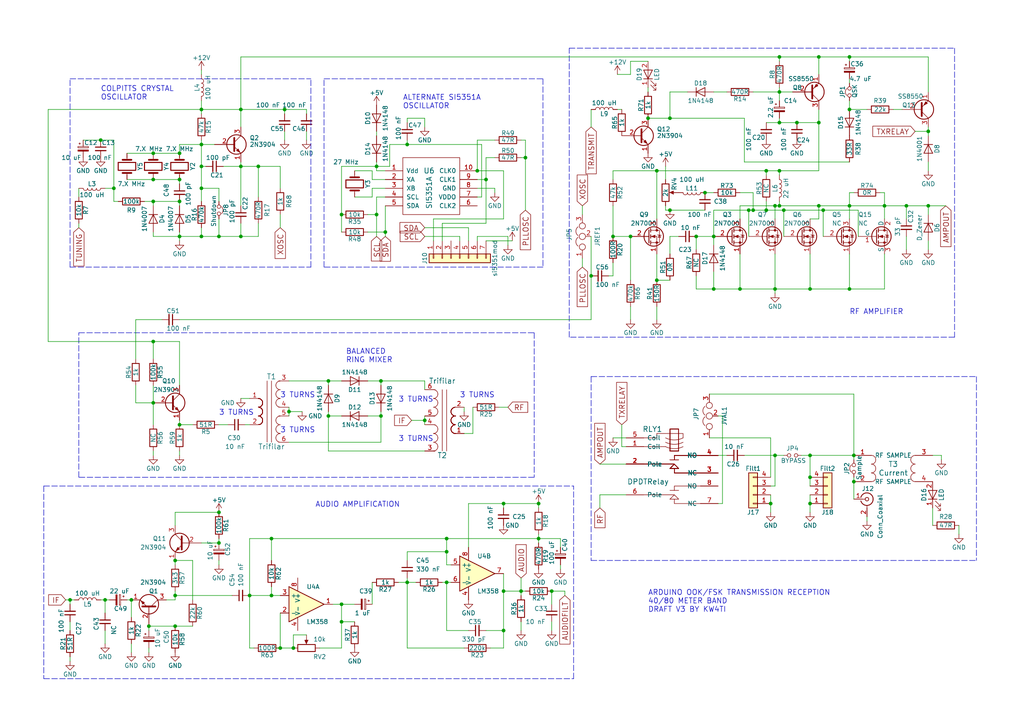
<source format=kicad_sch>
(kicad_sch (version 20211123) (generator eeschema)
  (paper "A4")
  (junction (at 234.95 83.82))
  (junction (at 262.89 59.69))
  (junction (at 78.74 156.21))
  (junction (at 52.07 58.42))
  (junction (at 44.45 116.84))
  (junction (at 50.8 162.56))
  (junction (at 204.47 55.88))
  (junction (at 58.42 31.75))
  (junction (at 160.02 171.45))
  (junction (at 50.8 181.61))
  (junction (at 194.31 34.29))
  (junction (at 129.54 160.02))
  (junction (at 156.21 156.21))
  (junction (at 227.33 60.96))
  (junction (at 72.39 172.72))
  (junction (at 207.01 68.58))
  (junction (at 52.07 68.58))
  (junction (at 95.25 120.65))
  (junction (at 74.93 48.26))
  (junction (at 140.97 52.07))
  (junction (at 156.21 146.05))
  (junction (at 38.1 173.99))
  (junction (at 269.24 38.1))
  (junction (at 83.82 119.38))
  (junction (at 78.74 172.72))
  (junction (at 109.22 62.23))
  (junction (at 110.49 110.49))
  (junction (at 246.38 31.75))
  (junction (at 201.93 68.58))
  (junction (at 226.06 49.53))
  (junction (at 226.06 35.56))
  (junction (at 222.25 49.53))
  (junction (at 222.25 60.96))
  (junction (at 44.45 52.07))
  (junction (at 81.28 187.96))
  (junction (at 182.88 68.58))
  (junction (at 224.79 59.69))
  (junction (at 190.5 49.53))
  (junction (at 29.21 40.64))
  (junction (at 246.38 16.51))
  (junction (at 58.42 48.26))
  (junction (at 33.02 54.61))
  (junction (at 226.06 59.69))
  (junction (at 58.42 41.91))
  (junction (at 123.19 121.92))
  (junction (at 44.45 99.06))
  (junction (at 44.45 58.42))
  (junction (at 111.76 67.31))
  (junction (at 82.55 31.75))
  (junction (at 69.85 68.58))
  (junction (at 43.18 181.61))
  (junction (at 256.54 59.69))
  (junction (at 52.07 123.19))
  (junction (at 129.54 156.21))
  (junction (at 63.5 68.58))
  (junction (at 152.4 45.72))
  (junction (at 146.05 171.45))
  (junction (at 63.5 157.48))
  (junction (at 110.49 120.65))
  (junction (at 99.06 180.34))
  (junction (at 129.54 168.91))
  (junction (at 58.42 54.61))
  (junction (at 224.79 83.82))
  (junction (at 217.17 60.96))
  (junction (at 247.65 139.7))
  (junction (at 138.43 49.53))
  (junction (at 237.49 59.69))
  (junction (at 247.65 132.08))
  (junction (at 237.49 16.51))
  (junction (at 118.11 168.91))
  (junction (at 218.44 60.96))
  (junction (at 234.95 132.08))
  (junction (at 187.96 34.29))
  (junction (at 237.49 35.56))
  (junction (at 194.31 60.96))
  (junction (at 269.24 59.69))
  (junction (at 118.11 41.91))
  (junction (at 95.25 110.49))
  (junction (at 171.45 80.01))
  (junction (at 85.09 187.96))
  (junction (at 20.32 173.99))
  (junction (at 207.01 83.82))
  (junction (at 52.07 44.45))
  (junction (at 234.95 146.05))
  (junction (at 146.05 146.05))
  (junction (at 146.05 182.88))
  (junction (at 214.63 83.82))
  (junction (at 63.5 148.59))
  (junction (at 30.48 173.99))
  (junction (at 69.85 48.26))
  (junction (at 52.07 52.07))
  (junction (at 231.14 35.56))
  (junction (at 50.8 172.72))
  (junction (at 109.22 48.26))
  (junction (at 234.95 138.43))
  (junction (at 99.06 175.26))
  (junction (at 69.85 31.75))
  (junction (at 99.06 62.23))
  (junction (at 226.06 26.67))
  (junction (at 44.45 44.45))
  (junction (at 223.52 146.05))
  (junction (at 151.13 171.45))
  (junction (at 226.06 16.51))
  (junction (at 177.8 68.58))
  (junction (at 246.38 59.69))
  (junction (at 58.42 68.58))
  (junction (at 190.5 81.28))
  (junction (at 224.79 132.08))
  (junction (at 238.76 60.96))
  (junction (at 246.38 83.82))
  (wire (pts (xy 58.42 68.58) (xy 63.5 68.58)))
  (wire (pts (xy 55.88 162.56) (xy 55.88 173.99)))
  (wire (pts (xy 43.18 189.23) (xy 43.18 187.96)))
  (wire (pts (xy 246.38 55.88) (xy 246.38 59.69)))
  (wire (pts (xy 147.32 118.11) (xy 144.78 118.11)))
  (wire (pts (xy 187.96 25.4) (xy 187.96 26.67)))
  (wire (pts (xy 193.04 59.69) (xy 193.04 60.96)))
  (wire (pts (xy 99.06 187.96) (xy 92.71 187.96)))
  (wire (pts (xy 265.43 38.1) (xy 269.24 38.1)))
  (wire (pts (xy 13.97 31.75) (xy 13.97 99.06)))
  (wire (pts (xy 95.25 130.81) (xy 123.19 130.81)))
  (wire (pts (xy 224.79 83.82) (xy 234.95 83.82)))
  (wire (pts (xy 129.54 156.21) (xy 129.54 160.02)))
  (wire (pts (xy 113.03 41.91) (xy 118.11 41.91)))
  (wire (pts (xy 63.5 63.5) (xy 63.5 68.58)))
  (wire (pts (xy 237.49 59.69) (xy 237.49 63.5)))
  (wire (pts (xy 109.22 57.15) (xy 111.76 57.15)))
  (wire (pts (xy 256.54 59.69) (xy 262.89 59.69)))
  (wire (pts (xy 194.31 26.67) (xy 199.39 26.67)))
  (wire (pts (xy 33.02 54.61) (xy 33.02 58.42)))
  (wire (pts (xy 214.63 59.69) (xy 224.79 59.69)))
  (wire (pts (xy 99.06 175.26) (xy 99.06 180.34)))
  (wire (pts (xy 135.89 146.05) (xy 146.05 146.05)))
  (wire (pts (xy 29.21 173.99) (xy 30.48 173.99)))
  (polyline (pts (xy 93.98 77.47) (xy 93.98 22.86)))
  (wire (pts (xy 39.37 104.14) (xy 39.37 92.71)))
  (wire (pts (xy 110.49 110.49) (xy 110.49 111.76)))
  (wire (pts (xy 234.95 138.43) (xy 234.95 140.97)))
  (wire (pts (xy 278.13 154.94) (xy 278.13 152.4)))
  (wire (pts (xy 177.8 59.69) (xy 177.8 68.58)))
  (wire (pts (xy 52.07 99.06) (xy 52.07 111.76)))
  (wire (pts (xy 88.9 40.64) (xy 88.9 38.1)))
  (wire (pts (xy 50.8 181.61) (xy 55.88 181.61)))
  (wire (pts (xy 218.44 55.88) (xy 214.63 55.88)))
  (wire (pts (xy 50.8 152.4) (xy 50.8 148.59)))
  (wire (pts (xy 58.42 40.64) (xy 58.42 41.91)))
  (wire (pts (xy 69.85 48.26) (xy 69.85 59.69)))
  (wire (pts (xy 110.49 110.49) (xy 123.19 110.49)))
  (wire (pts (xy 226.06 34.29) (xy 226.06 35.56)))
  (wire (pts (xy 129.54 182.88) (xy 129.54 168.91)))
  (wire (pts (xy 85.09 184.15) (xy 88.9 184.15)))
  (wire (pts (xy 180.34 129.54) (xy 181.61 129.54)))
  (wire (pts (xy 223.52 140.97) (xy 224.79 140.97)))
  (polyline (pts (xy 12.7 140.97) (xy 166.37 140.97)))
  (wire (pts (xy 20.32 173.99) (xy 21.59 173.99)))
  (wire (pts (xy 207.01 68.58) (xy 207.01 71.12)))
  (wire (pts (xy 226.06 49.53) (xy 226.06 50.8)))
  (wire (pts (xy 246.38 22.86) (xy 246.38 24.13)))
  (wire (pts (xy 152.4 40.64) (xy 152.4 45.72)))
  (wire (pts (xy 123.19 34.29) (xy 118.11 34.29)))
  (wire (pts (xy 194.31 73.66) (xy 194.31 68.58)))
  (wire (pts (xy 246.38 31.75) (xy 251.46 31.75)))
  (wire (pts (xy 50.8 148.59) (xy 63.5 148.59)))
  (wire (pts (xy 173.99 143.51) (xy 181.61 143.51)))
  (wire (pts (xy 207.01 60.96) (xy 207.01 68.58)))
  (wire (pts (xy 238.76 60.96) (xy 238.76 68.58)))
  (wire (pts (xy 50.8 172.72) (xy 50.8 173.99)))
  (wire (pts (xy 218.44 60.96) (xy 218.44 55.88)))
  (wire (pts (xy 237.49 63.5) (xy 234.95 63.5)))
  (wire (pts (xy 214.63 83.82) (xy 224.79 83.82)))
  (polyline (pts (xy 171.45 162.56) (xy 283.21 162.56)))
  (polyline (pts (xy 90.17 77.47) (xy 90.17 22.86)))
  (polyline (pts (xy 93.98 22.86) (xy 157.48 22.86)))
  (wire (pts (xy 58.42 41.91) (xy 62.23 41.91)))
  (wire (pts (xy 58.42 20.32) (xy 58.42 21.59)))
  (wire (pts (xy 78.74 156.21) (xy 129.54 156.21)))
  (wire (pts (xy 182.88 68.58) (xy 182.88 81.28)))
  (wire (pts (xy 74.93 57.15) (xy 74.93 48.26)))
  (wire (pts (xy 110.49 120.65) (xy 106.68 120.65)))
  (wire (pts (xy 139.7 57.15) (xy 138.43 57.15)))
  (wire (pts (xy 180.34 123.19) (xy 180.34 129.54)))
  (wire (pts (xy 138.43 68.58) (xy 147.32 68.58)))
  (wire (pts (xy 177.8 76.2) (xy 177.8 80.01)))
  (wire (pts (xy 222.25 58.42) (xy 222.25 60.96)))
  (wire (pts (xy 247.65 139.7) (xy 247.65 144.78)))
  (wire (pts (xy 74.93 48.26) (xy 81.28 48.26)))
  (wire (pts (xy 151.13 171.45) (xy 152.4 171.45)))
  (wire (pts (xy 44.45 44.45) (xy 52.07 44.45)))
  (wire (pts (xy 123.19 36.83) (xy 123.19 34.29)))
  (wire (pts (xy 140.97 45.72) (xy 140.97 52.07)))
  (wire (pts (xy 222.25 35.56) (xy 226.06 35.56)))
  (wire (pts (xy 177.8 49.53) (xy 177.8 52.07)))
  (wire (pts (xy 146.05 171.45) (xy 146.05 182.88)))
  (wire (pts (xy 247.65 114.3) (xy 247.65 132.08)))
  (wire (pts (xy 99.06 48.26) (xy 109.22 48.26)))
  (wire (pts (xy 129.54 160.02) (xy 129.54 163.83)))
  (wire (pts (xy 224.79 132.08) (xy 227.33 132.08)))
  (wire (pts (xy 156.21 154.94) (xy 156.21 156.21)))
  (wire (pts (xy 123.19 68.58) (xy 133.35 68.58)))
  (wire (pts (xy 69.85 16.51) (xy 69.85 31.75)))
  (wire (pts (xy 163.83 172.72) (xy 163.83 171.45)))
  (wire (pts (xy 63.5 123.19) (xy 66.04 123.19)))
  (wire (pts (xy 177.8 80.01) (xy 176.53 80.01)))
  (wire (pts (xy 234.95 132.08) (xy 234.95 138.43)))
  (wire (pts (xy 63.5 163.83) (xy 63.5 162.56)))
  (wire (pts (xy 78.74 162.56) (xy 78.74 156.21)))
  (wire (pts (xy 208.28 132.08) (xy 210.82 132.08)))
  (wire (pts (xy 248.92 60.96) (xy 248.92 68.58)))
  (wire (pts (xy 64.77 48.26) (xy 69.85 48.26)))
  (wire (pts (xy 147.32 68.58) (xy 147.32 71.12)))
  (wire (pts (xy 58.42 41.91) (xy 58.42 48.26)))
  (wire (pts (xy 81.28 48.26) (xy 81.28 54.61)))
  (wire (pts (xy 109.22 39.37) (xy 109.22 38.1)))
  (wire (pts (xy 194.31 68.58) (xy 196.85 68.58)))
  (wire (pts (xy 138.43 52.07) (xy 140.97 52.07)))
  (wire (pts (xy 269.24 36.83) (xy 269.24 38.1)))
  (wire (pts (xy 180.34 31.75) (xy 179.07 31.75)))
  (wire (pts (xy 205.74 127) (xy 223.52 127)))
  (polyline (pts (xy 157.48 77.47) (xy 93.98 77.47)))
  (wire (pts (xy 137.16 118.11) (xy 137.16 125.73)))
  (wire (pts (xy 151.13 167.64) (xy 151.13 171.45)))
  (wire (pts (xy 22.86 54.61) (xy 22.86 57.15)))
  (wire (pts (xy 72.39 172.72) (xy 78.74 172.72)))
  (polyline (pts (xy 154.94 138.43) (xy 22.86 138.43)))
  (polyline (pts (xy 171.45 109.22) (xy 171.45 162.56)))
  (wire (pts (xy 269.24 16.51) (xy 269.24 26.67)))
  (wire (pts (xy 74.93 68.58) (xy 74.93 64.77)))
  (wire (pts (xy 52.07 52.07) (xy 52.07 53.34)))
  (wire (pts (xy 38.1 173.99) (xy 38.1 179.07)))
  (wire (pts (xy 72.39 187.96) (xy 72.39 172.72)))
  (wire (pts (xy 269.24 62.23) (xy 269.24 59.69)))
  (wire (pts (xy 140.97 69.85) (xy 148.59 69.85)))
  (wire (pts (xy 80.01 187.96) (xy 81.28 187.96)))
  (wire (pts (xy 217.17 60.96) (xy 218.44 60.96)))
  (wire (pts (xy 201.93 83.82) (xy 207.01 83.82)))
  (wire (pts (xy 143.51 54.61) (xy 138.43 54.61)))
  (wire (pts (xy 246.38 16.51) (xy 269.24 16.51)))
  (wire (pts (xy 218.44 26.67) (xy 226.06 26.67)))
  (wire (pts (xy 146.05 166.37) (xy 146.05 171.45)))
  (wire (pts (xy 50.8 171.45) (xy 50.8 172.72)))
  (wire (pts (xy 52.07 44.45) (xy 52.07 41.91)))
  (wire (pts (xy 238.76 60.96) (xy 248.92 60.96)))
  (wire (pts (xy 143.51 55.88) (xy 143.51 54.61)))
  (wire (pts (xy 107.95 57.15) (xy 102.87 57.15)))
  (wire (pts (xy 223.52 127) (xy 223.52 138.43)))
  (wire (pts (xy 24.13 40.64) (xy 29.21 40.64)))
  (wire (pts (xy 78.74 172.72) (xy 81.28 172.72)))
  (wire (pts (xy 69.85 31.75) (xy 82.55 31.75)))
  (wire (pts (xy 118.11 187.96) (xy 134.62 187.96)))
  (wire (pts (xy 58.42 157.48) (xy 63.5 157.48)))
  (wire (pts (xy 69.85 68.58) (xy 69.85 64.77)))
  (wire (pts (xy 269.24 46.99) (xy 269.24 49.53)))
  (wire (pts (xy 52.07 68.58) (xy 58.42 68.58)))
  (wire (pts (xy 210.82 26.67) (xy 207.01 26.67)))
  (wire (pts (xy 58.42 68.58) (xy 58.42 66.04)))
  (wire (pts (xy 30.48 177.8) (xy 30.48 173.99)))
  (wire (pts (xy 58.42 48.26) (xy 58.42 54.61)))
  (wire (pts (xy 52.07 132.08) (xy 52.07 130.81)))
  (wire (pts (xy 173.99 134.62) (xy 181.61 134.62)))
  (wire (pts (xy 83.82 118.11) (xy 83.82 119.38)))
  (wire (pts (xy 63.5 68.58) (xy 69.85 68.58)))
  (wire (pts (xy 226.06 49.53) (xy 237.49 49.53)))
  (wire (pts (xy 106.68 110.49) (xy 110.49 110.49)))
  (wire (pts (xy 190.5 92.71) (xy 190.5 88.9)))
  (wire (pts (xy 129.54 168.91) (xy 130.81 168.91)))
  (wire (pts (xy 269.24 72.39) (xy 269.24 69.85)))
  (wire (pts (xy 270.51 147.32) (xy 270.51 152.4)))
  (wire (pts (xy 193.04 60.96) (xy 194.31 60.96)))
  (wire (pts (xy 13.97 31.75) (xy 58.42 31.75)))
  (wire (pts (xy 224.79 140.97) (xy 224.79 132.08)))
  (wire (pts (xy 123.19 110.49) (xy 123.19 113.03)))
  (wire (pts (xy 209.55 120.65) (xy 209.55 146.05)))
  (wire (pts (xy 160.02 182.88) (xy 160.02 180.34)))
  (wire (pts (xy 146.05 182.88) (xy 146.05 187.96)))
  (wire (pts (xy 96.52 175.26) (xy 99.06 175.26)))
  (wire (pts (xy 123.19 121.92) (xy 119.38 121.92)))
  (polyline (pts (xy 22.86 96.52) (xy 154.94 96.52)))
  (wire (pts (xy 215.9 132.08) (xy 224.79 132.08)))
  (wire (pts (xy 171.45 68.58) (xy 171.45 80.01)))
  (wire (pts (xy 69.85 48.26) (xy 74.93 48.26)))
  (wire (pts (xy 156.21 146.05) (xy 156.21 147.32)))
  (wire (pts (xy 226.06 35.56) (xy 231.14 35.56)))
  (wire (pts (xy 190.5 81.28) (xy 194.31 81.28)))
  (wire (pts (xy 193.04 48.26) (xy 193.04 52.07)))
  (wire (pts (xy 194.31 26.67) (xy 194.31 34.29)))
  (wire (pts (xy 111.76 54.61) (xy 107.95 54.61)))
  (wire (pts (xy 269.24 59.69) (xy 274.32 59.69)))
  (polyline (pts (xy 20.32 77.47) (xy 90.17 77.47)))
  (wire (pts (xy 182.88 21.59) (xy 182.88 17.78)))
  (wire (pts (xy 129.54 163.83) (xy 130.81 163.83)))
  (wire (pts (xy 226.06 26.67) (xy 229.87 26.67)))
  (wire (pts (xy 73.66 187.96) (xy 72.39 187.96)))
  (wire (pts (xy 95.25 110.49) (xy 99.06 110.49)))
  (wire (pts (xy 109.22 57.15) (xy 109.22 62.23)))
  (wire (pts (xy 171.45 92.71) (xy 52.07 92.71)))
  (wire (pts (xy 95.25 120.65) (xy 95.25 130.81)))
  (wire (pts (xy 39.37 116.84) (xy 39.37 111.76)))
  (wire (pts (xy 58.42 54.61) (xy 58.42 58.42)))
  (wire (pts (xy 110.49 120.65) (xy 110.49 128.27)))
  (wire (pts (xy 201.93 72.39) (xy 201.93 68.58)))
  (wire (pts (xy 223.52 143.51) (xy 223.52 146.05)))
  (wire (pts (xy 246.38 73.66) (xy 246.38 83.82)))
  (wire (pts (xy 58.42 31.75) (xy 58.42 33.02)))
  (wire (pts (xy 223.52 146.05) (xy 223.52 148.59)))
  (wire (pts (xy 36.83 44.45) (xy 44.45 44.45)))
  (wire (pts (xy 81.28 187.96) (xy 85.09 187.96)))
  (wire (pts (xy 246.38 59.69) (xy 246.38 63.5)))
  (wire (pts (xy 113.03 48.26) (xy 113.03 41.91)))
  (wire (pts (xy 115.57 168.91) (xy 118.11 168.91)))
  (wire (pts (xy 99.06 62.23) (xy 99.06 67.31)))
  (wire (pts (xy 152.4 45.72) (xy 152.4 60.96)))
  (wire (pts (xy 109.22 62.23) (xy 106.68 62.23)))
  (wire (pts (xy 111.76 59.69) (xy 111.76 67.31)))
  (polyline (pts (xy 12.7 140.97) (xy 12.7 196.85)))
  (wire (pts (xy 20.32 182.88) (xy 20.32 180.34)))
  (wire (pts (xy 146.05 171.45) (xy 151.13 171.45)))
  (wire (pts (xy 107.95 168.91) (xy 107.95 175.26)))
  (wire (pts (xy 20.32 191.77) (xy 20.32 190.5)))
  (polyline (pts (xy 283.21 109.22) (xy 283.21 162.56)))
  (wire (pts (xy 29.21 40.64) (xy 33.02 40.64)))
  (wire (pts (xy 146.05 146.05) (xy 156.21 146.05)))
  (polyline (pts (xy 171.45 109.22) (xy 283.21 109.22)))
  (wire (pts (xy 207.01 83.82) (xy 214.63 83.82)))
  (wire (pts (xy 44.45 132.08) (xy 44.45 130.81)))
  (wire (pts (xy 128.27 64.77) (xy 128.27 69.85)))
  (wire (pts (xy 43.18 182.88) (xy 43.18 181.61)))
  (wire (pts (xy 123.19 120.65) (xy 123.19 121.92)))
  (wire (pts (xy 30.48 186.69) (xy 30.48 182.88)))
  (wire (pts (xy 246.38 46.99) (xy 215.9 46.99)))
  (wire (pts (xy 262.89 59.69) (xy 269.24 59.69)))
  (wire (pts (xy 226.06 25.4) (xy 226.06 26.67)))
  (wire (pts (xy 251.46 151.13) (xy 251.46 149.86)))
  (wire (pts (xy 36.83 52.07) (xy 44.45 52.07)))
  (wire (pts (xy 118.11 160.02) (xy 129.54 160.02)))
  (wire (pts (xy 190.5 81.28) (xy 190.5 73.66)))
  (wire (pts (xy 146.05 49.53) (xy 146.05 63.5)))
  (wire (pts (xy 44.45 52.07) (xy 52.07 52.07)))
  (wire (pts (xy 30.48 54.61) (xy 33.02 54.61)))
  (wire (pts (xy 146.05 147.32) (xy 146.05 146.05)))
  (wire (pts (xy 207.01 78.74) (xy 207.01 83.82)))
  (wire (pts (xy 234.95 83.82) (xy 246.38 83.82)))
  (wire (pts (xy 246.38 59.69) (xy 256.54 59.69)))
  (wire (pts (xy 129.54 156.21) (xy 156.21 156.21)))
  (wire (pts (xy 140.97 45.72) (xy 143.51 45.72)))
  (wire (pts (xy 111.76 67.31) (xy 106.68 67.31)))
  (polyline (pts (xy 157.48 22.86) (xy 157.48 77.47)))
  (wire (pts (xy 261.62 31.75) (xy 259.08 31.75)))
  (wire (pts (xy 99.06 180.34) (xy 102.87 180.34)))
  (wire (pts (xy 226.06 59.69) (xy 237.49 59.69)))
  (wire (pts (xy 160.02 171.45) (xy 160.02 175.26)))
  (polyline (pts (xy 165.1 13.97) (xy 276.86 13.97)))
  (wire (pts (xy 107.95 52.07) (xy 107.95 49.53)))
  (wire (pts (xy 139.7 41.91) (xy 139.7 57.15)))
  (wire (pts (xy 69.85 46.99) (xy 69.85 48.26)))
  (wire (pts (xy 247.65 55.88) (xy 246.38 55.88)))
  (wire (pts (xy 177.8 68.58) (xy 182.88 68.58)))
  (wire (pts (xy 138.43 40.64) (xy 143.51 40.64)))
  (wire (pts (xy 237.49 49.53) (xy 237.49 35.56)))
  (wire (pts (xy 214.63 63.5) (xy 214.63 59.69)))
  (wire (pts (xy 125.73 63.5) (xy 125.73 69.85)))
  (wire (pts (xy 194.31 60.96) (xy 204.47 60.96)))
  (wire (pts (xy 204.47 55.88) (xy 207.01 55.88)))
  (wire (pts (xy 52.07 41.91) (xy 58.42 41.91)))
  (wire (pts (xy 262.89 72.39) (xy 262.89 68.58)))
  (wire (pts (xy 44.45 99.06) (xy 52.07 99.06)))
  (wire (pts (xy 107.95 54.61) (xy 107.95 57.15)))
  (wire (pts (xy 63.5 157.48) (xy 63.5 156.21)))
  (wire (pts (xy 227.33 60.96) (xy 238.76 60.96)))
  (wire (pts (xy 52.07 68.58) (xy 52.07 69.85)))
  (wire (pts (xy 217.17 68.58) (xy 217.17 60.96)))
  (wire (pts (xy 44.45 116.84) (xy 39.37 116.84)))
  (wire (pts (xy 39.37 92.71) (xy 46.99 92.71)))
  (wire (pts (xy 69.85 16.51) (xy 226.06 16.51)))
  (wire (pts (xy 50.8 173.99) (xy 48.26 173.99)))
  (wire (pts (xy 255.27 55.88) (xy 256.54 55.88)))
  (wire (pts (xy 82.55 40.64) (xy 82.55 38.1)))
  (wire (pts (xy 214.63 73.66) (xy 214.63 83.82)))
  (wire (pts (xy 256.54 59.69) (xy 256.54 63.5)))
  (wire (pts (xy 107.95 49.53) (xy 102.87 49.53)))
  (wire (pts (xy 82.55 31.75) (xy 88.9 31.75)))
  (wire (pts (xy 135.89 66.04) (xy 135.89 69.85)))
  (wire (pts (xy 168.91 59.69) (xy 168.91 62.23)))
  (wire (pts (xy 118.11 168.91) (xy 118.11 187.96)))
  (wire (pts (xy 171.45 36.83) (xy 171.45 31.75)))
  (wire (pts (xy 52.07 121.92) (xy 52.07 123.19)))
  (wire (pts (xy 99.06 120.65) (xy 95.25 120.65)))
  (wire (pts (xy 44.45 68.58) (xy 52.07 68.58)))
  (wire (pts (xy 63.5 54.61) (xy 63.5 58.42)))
  (wire (pts (xy 83.82 119.38) (xy 83.82 120.65)))
  (wire (pts (xy 218.44 60.96) (xy 222.25 60.96)))
  (wire (pts (xy 44.45 111.76) (xy 44.45 116.84)))
  (wire (pts (xy 222.25 49.53) (xy 222.25 50.8)))
  (wire (pts (xy 194.31 34.29) (xy 215.9 34.29)))
  (wire (pts (xy 256.54 55.88) (xy 256.54 59.69)))
  (wire (pts (xy 237.49 16.51) (xy 246.38 16.51)))
  (wire (pts (xy 41.91 58.42) (xy 44.45 58.42)))
  (wire (pts (xy 190.5 49.53) (xy 222.25 49.53)))
  (wire (pts (xy 111.76 52.07) (xy 107.95 52.07)))
  (wire (pts (xy 232.41 132.08) (xy 234.95 132.08)))
  (polyline (pts (xy 22.86 138.43) (xy 22.86 96.52)))
  (wire (pts (xy 182.88 92.71) (xy 182.88 88.9)))
  (wire (pts (xy 187.96 34.29) (xy 194.31 34.29)))
  (wire (pts (xy 58.42 54.61) (xy 63.5 54.61)))
  (wire (pts (xy 182.88 17.78) (xy 187.96 17.78)))
  (wire (pts (xy 44.45 116.84) (xy 44.45 123.19)))
  (wire (pts (xy 83.82 110.49) (xy 95.25 110.49)))
  (wire (pts (xy 69.85 31.75) (xy 69.85 36.83)))
  (wire (pts (xy 109.22 49.53) (xy 111.76 49.53)))
  (wire (pts (xy 81.28 62.23) (xy 81.28 66.04)))
  (wire (pts (xy 138.43 49.53) (xy 138.43 40.64)))
  (wire (pts (xy 87.63 119.38) (xy 83.82 119.38)))
  (wire (pts (xy 69.85 115.57) (xy 72.39 115.57)))
  (wire (pts (xy 162.56 156.21) (xy 162.56 158.75)))
  (wire (pts (xy 118.11 167.64) (xy 118.11 168.91)))
  (wire (pts (xy 118.11 168.91) (xy 120.65 168.91)))
  (wire (pts (xy 222.25 49.53) (xy 226.06 49.53)))
  (wire (pts (xy 95.25 119.38) (xy 95.25 120.65)))
  (wire (pts (xy 33.02 58.42) (xy 34.29 58.42)))
  (wire (pts (xy 138.43 49.53) (xy 146.05 49.53)))
  (wire (pts (xy 55.88 162.56) (xy 50.8 162.56)))
  (wire (pts (xy 205.74 114.3) (xy 247.65 114.3)))
  (wire (pts (xy 146.05 187.96) (xy 142.24 187.96)))
  (wire (pts (xy 209.55 146.05) (xy 208.28 146.05)))
  (wire (pts (xy 50.8 172.72) (xy 67.31 172.72)))
  (wire (pts (xy 44.45 104.14) (xy 44.45 99.06)))
  (wire (pts (xy 179.07 21.59) (xy 182.88 21.59)))
  (wire (pts (xy 20.32 175.26) (xy 20.32 173.99)))
  (wire (pts (xy 71.12 123.19) (xy 72.39 123.19)))
  (wire (pts (xy 44.45 58.42) (xy 44.45 59.69)))
  (wire (pts (xy 237.49 59.69) (xy 246.38 59.69)))
  (wire (pts (xy 224.79 63.5) (xy 224.79 59.69)))
  (wire (pts (xy 110.49 128.27) (xy 83.82 128.27)))
  (wire (pts (xy 237.49 16.51) (xy 237.49 21.59)))
  (wire (pts (xy 138.43 69.85) (xy 138.43 68.58)))
  (wire (pts (xy 146.05 182.88) (xy 140.97 182.88)))
  (wire (pts (xy 262.89 63.5) (xy 262.89 59.69)))
  (wire (pts (xy 273.05 132.08) (xy 270.51 132.08)))
  (wire (pts (xy 226.06 26.67) (xy 226.06 29.21)))
  (wire (pts (xy 173.99 143.51) (xy 173.99 147.32)))
  (wire (pts (xy 99.06 48.26) (xy 99.06 62.23)))
  (wire (pts (xy 231.14 35.56) (xy 237.49 35.56)))
  (wire (pts (xy 234.95 132.08) (xy 247.65 132.08)))
  (wire (pts (xy 133.35 68.58) (xy 133.35 69.85)))
  (wire (pts (xy 58.42 31.75) (xy 69.85 31.75)))
  (wire (pts (xy 118.11 41.91) (xy 139.7 41.91)))
  (polyline (pts (xy 20.32 22.86) (xy 90.17 22.86)))
  (wire (pts (xy 140.97 52.07) (xy 140.97 64.77)))
  (wire (pts (xy 72.39 172.72) (xy 72.39 156.21)))
  (wire (pts (xy 140.97 64.77) (xy 128.27 64.77)))
  (polyline (pts (xy 165.1 97.79) (xy 165.1 13.97)))
  (wire (pts (xy 247.65 132.08) (xy 247.65 133.35)))
  (wire (pts (xy 52.07 67.31) (xy 52.07 68.58)))
  (wire (pts (xy 269.24 38.1) (xy 269.24 39.37)))
  (wire (pts (xy 226.06 16.51) (xy 237.49 16.51)))
  (wire (pts (xy 207.01 60.96) (xy 217.17 60.96)))
  (wire (pts (xy 224.79 83.82) (xy 224.79 85.09)))
  (wire (pts (xy 30.48 173.99) (xy 31.75 173.99)))
  (wire (pts (xy 224.79 59.69) (xy 226.06 59.69)))
  (polyline (pts (xy 276.86 13.97) (xy 276.86 97.79)))
  (polyline (pts (xy 276.86 97.79) (xy 165.1 97.79)))
  (wire (pts (xy 99.06 180.34) (xy 99.06 187.96)))
  (wire (pts (xy 273.05 133.35) (xy 273.05 132.08)))
  (wire (pts (xy 118.11 162.56) (xy 118.11 160.02)))
  (wire (pts (xy 50.8 162.56) (xy 50.8 163.83)))
  (wire (pts (xy 163.83 171.45) (xy 160.02 171.45)))
  (wire (pts (xy 151.13 40.64) (xy 152.4 40.64)))
  (wire (pts (xy 246.38 29.21) (xy 246.38 31.75)))
  (wire (pts (xy 118.11 34.29) (xy 118.11 35.56)))
  (wire (pts (xy 58.42 48.26) (xy 59.69 48.26)))
  (wire (pts (xy 43.18 181.61) (xy 50.8 181.61)))
  (wire (pts (xy 156.21 156.21) (xy 162.56 156.21)))
  (wire (pts (xy 234.95 73.66) (xy 234.95 83.82)))
  (wire (pts (xy 22.86 66.04) (xy 22.86 64.77)))
  (wire (pts (xy 52.07 58.42) (xy 52.07 59.69)))
  (wire (pts (xy 227.33 60.96) (xy 227.33 68.58)))
  (wire (pts (xy 123.19 121.92) (xy 123.19 123.19)))
  (wire (pts (xy 95.25 111.76) (xy 95.25 110.49)))
  (wire (pts (xy 222.25 60.96) (xy 227.33 60.96)))
  (wire (pts (xy 224.79 73.66) (xy 224.79 83.82)))
  (wire (pts (xy 110.49 119.38) (xy 110.49 120.65)))
  (wire (pts (xy 246.38 17.78) (xy 246.38 16.51)))
  (wire (pts (xy 78.74 170.18) (xy 78.74 172.72)))
  (polyline (pts (xy 12.7 196.85) (xy 166.37 196.85)))
  (wire (pts (xy 135.89 146.05) (xy 135.89 158.75)))
  (wire (pts (xy 19.05 173.99) (xy 20.32 173.99)))
  (wire (pts (xy 151.13 171.45) (xy 151.13 172.72)))
  (wire (pts (xy 109.22 46.99) (xy 109.22 48.26)))
  (wire (pts (xy 72.39 156.21) (xy 78.74 156.21)))
  (polyline (pts (xy 154.94 96.52) (xy 154.94 138.43)))
  (wire (pts (xy 256.54 83.82) (xy 256.54 73.66)))
  (wire (pts (xy 44.45 58.42) (xy 52.07 58.42)))
  (wire (pts (xy 156.21 156.21) (xy 156.21 157.48)))
  (wire (pts (xy 109.22 48.26) (xy 109.22 49.53)))
  (wire (pts (xy 52.07 123.19) (xy 55.88 123.19)))
  (wire (pts (xy 237.49 35.56) (xy 237.49 31.75)))
  (wire (pts (xy 109.22 48.26) (xy 113.03 48.26)))
  (wire (pts (xy 190.5 49.53) (xy 190.5 63.5)))
  (wire (pts (xy 135.89 182.88) (xy 129.54 182.88)))
  (wire (pts (xy 168.91 77.47) (xy 168.91 74.93)))
  (wire (pts (xy 171.45 80.01) (xy 171.45 92.71)))
  (wire (pts (xy 151.13 182.88) (xy 151.13 180.34)))
  (wire (pts (xy 109.22 62.23) (xy 109.22 68.58)))
  (wire (pts (xy 85.09 187.96) (xy 85.09 184.15)))
  (wire (pts (xy 177.8 49.53) (xy 190.5 49.53)))
  (wire (pts (xy 88.9 31.75) (xy 88.9 33.02)))
  (polyline (pts (xy 166.37 196.85) (xy 166.37 140.97)))
  (wire (pts (xy 209.55 120.65) (xy 208.28 120.65)))
  (wire (pts (xy 246.38 83.82) (xy 256.54 83.82)))
  (wire (pts (xy 146.05 63.5) (xy 125.73 63.5)))
  (wire (pts (xy 36.83 173.99) (xy 38.1 173.99)))
  (wire (pts (xy 201.93 68.58) (xy 207.01 68.58)))
  (wire (pts (xy 69.85 68.58) (xy 74.93 68.58)))
  (wire (pts (xy 111.76 67.31) (xy 111.76 68.58)))
  (wire (pts (xy 234.95 143.51) (xy 234.95 146.05)))
  (wire (pts (xy 181.61 127) (xy 177.8 127)))
  (wire (pts (xy 226.06 58.42) (xy 226.06 59.69)))
  (wire (pts (xy 152.4 45.72) (xy 151.13 45.72)))
  (wire (pts (xy 123.19 66.04) (xy 135.89 66.04)))
  (wire (pts (xy 118.11 41.91) (xy 118.11 40.64)))
  (wire (pts (xy 162.56 165.1) (xy 162.56 163.83)))
  (wire (pts (xy 201.93 80.01) (xy 201.93 83.82)))
  (wire (pts (xy 13.97 99.06) (xy 44.45 99.06)))
  (wire (pts (xy 215.9 34.29) (xy 215.9 46.99)))
  (polyline (pts (xy 20.32 77.47) (xy 20.32 22.86)))
  (wire (pts (xy 81.28 177.8) (xy 81.28 187.96)))
  (wire (pts (xy 82.55 31.75) (xy 82.55 33.02)))
  (wire (pts (xy 134.62 119.38) (xy 134.62 118.11)))
  (wire (pts (xy 234.95 146.05) (xy 234.95 148.59)))
  (wire (pts (xy 226.06 17.78) (xy 226.06 16.51)))
  (wire (pts (xy 44.45 68.58) (xy 44.45 67.31)))
  (wire (pts (xy 99.06 175.26) (xy 102.87 175.26)))
  (wire (pts (xy 247.65 138.43) (xy 247.65 139.7)))
  (wire (pts (xy 58.42 29.21) (xy 58.42 31.75)))
  (wire (pts (xy 128.27 168.91) (xy 129.54 168.91)))
  (wire (pts (xy 38.1 189.23) (xy 38.1 186.69)))
  (wire (pts (xy 137.16 125.73) (xy 134.62 125.73)))
  (wire (pts (xy 33.02 40.64) (xy 33.02 54.61)))
  (text "AUDIO AMPLIFICATION " (at 91.44 147.32 0) (effects (font (size 1.524 1.524)) (justify left bottom)))
  (text "ARDUINO OOK/FSK TRANSMISSION RECEPTION\n40/80 METER BAND\nDRAFT V3 BY KW4TI" (at 187.96 177.8 0) (effects (font (size 1.524 1.524)) (justify left bottom)))
  (text "3 TURNS" (at 81.28 115.57 0) (effects (font (size 1.524 1.524)) (justify left bottom)))
  (text "ALTERNATE SI5351A\nOSCILLATOR" (at 116.84 31.75 0) (effects (font (size 1.524 1.524)) (justify left bottom)))
  (text "3 TURNS\n" (at 133.35 115.57 0) (effects (font (size 1.524 1.524)) (justify left bottom)))
  (text "3 TURNS" (at 63.5 120.65 0) (effects (font (size 1.524 1.524)) (justify left bottom)))
  (text "3 TURNS\n" (at 115.57 128.27 0) (effects (font (size 1.524 1.524)) (justify left bottom)))
  (text "3 TURNS" (at 115.57 116.84 0) (effects (font (size 1.524 1.524)) (justify left bottom)))
  (text "COLPITTS CRYSTAL\nOSCILLATOR" (at 29.21 29.21 0) (effects (font (size 1.524 1.524)) (justify left bottom)))
  (text "RF AMPLIFIER" (at 246.38 91.44 0) (effects (font (size 1.524 1.524)) (justify left bottom)))
  (text "BALANCED\nRING MIXER" (at 100.33 105.41 0) (effects (font (size 1.524 1.524)) (justify left bottom)))
  (text "3 TURNS\n" (at 81.28 125.73 0) (effects (font (size 1.524 1.524)) (justify left bottom)))
  (global_label "AMPOUT" (shape input) (at 173.99 134.62 90) (effects (font (size 1.524 1.524))) (property "Intersheet References" "${INTERSHEET_REFS}" (effects hide)))
  (global_label "XOSC" (shape input) (at 81.28 66.04 270) (effects (font (size 1.524 1.524))) (property "Intersheet References" "${INTERSHEET_REFS}" (effects hide)))
  (global_label "RF" (shape input) (at 173.99 147.32 270) (effects (font (size 1.524 1.524))) (property "Intersheet References" "${INTERSHEET_REFS}" (effects hide)))
  (global_label "AUDIOFILT" (shape input) (at 163.83 172.72 270) (effects (font (size 1.524 1.524))) (property "Intersheet References" "${INTERSHEET_REFS}" (effects hide)))
  (global_label "TXRELAY" (shape input) (at 180.34 123.19 90) (effects (font (size 1.524 1.524))) (property "Intersheet References" "${INTERSHEET_REFS}" (effects hide)))
  (global_label "SDA" (shape input) (at 123.19 66.04 180) (effects (font (size 1.524 1.524))) (property "Intersheet References" "${INTERSHEET_REFS}" (effects hide)))
  (global_label "SDA" (shape input) (at 111.76 68.58 270) (effects (font (size 1.524 1.524))) (property "Intersheet References" "${INTERSHEET_REFS}" (effects hide)))
  (global_label "SCL" (shape input) (at 123.19 68.58 180) (effects (font (size 1.524 1.524))) (property "Intersheet References" "${INTERSHEET_REFS}" (effects hide)))
  (global_label "RF" (shape input) (at 147.32 118.11 0) (effects (font (size 1.524 1.524))) (property "Intersheet References" "${INTERSHEET_REFS}" (effects hide)))
  (global_label "TUNING" (shape input) (at 22.86 66.04 270) (effects (font (size 1.524 1.524))) (property "Intersheet References" "${INTERSHEET_REFS}" (effects hide)))
  (global_label "XOSC" (shape input) (at 168.91 59.69 90) (effects (font (size 1.524 1.524))) (property "Intersheet References" "${INTERSHEET_REFS}" (effects hide)))
  (global_label "IF" (shape input) (at 119.38 121.92 180) (effects (font (size 1.524 1.524))) (property "Intersheet References" "${INTERSHEET_REFS}" (effects hide)))
  (global_label "AMPOUT" (shape input) (at 274.32 59.69 270) (effects (font (size 1.524 1.524))) (property "Intersheet References" "${INTERSHEET_REFS}" (effects hide)))
  (global_label "SCL" (shape input) (at 109.22 68.58 270) (effects (font (size 1.524 1.524))) (property "Intersheet References" "${INTERSHEET_REFS}" (effects hide)))
  (global_label "IF" (shape input) (at 19.05 173.99 180) (effects (font (size 1.524 1.524))) (property "Intersheet References" "${INTERSHEET_REFS}" (effects hide)))
  (global_label "TXRELAY" (shape input) (at 265.43 38.1 180) (effects (font (size 1.524 1.524))) (property "Intersheet References" "${INTERSHEET_REFS}" (effects hide)))
  (global_label "TRANSMIT" (shape input) (at 171.45 36.83 270) (effects (font (size 1.524 1.524))) (property "Intersheet References" "${INTERSHEET_REFS}" (effects hide)))
  (global_label "AUDIO" (shape input) (at 151.13 167.64 90) (effects (font (size 1.524 1.524))) (property "Intersheet References" "${INTERSHEET_REFS}" (effects hide)))
  (global_label "PLLOSC" (shape input) (at 152.4 60.96 270) (effects (font (size 1.524 1.524))) (property "Intersheet References" "${INTERSHEET_REFS}" (effects hide)))
  (global_label "PLLOSC" (shape input) (at 168.91 77.47 270) (effects (font (size 1.524 1.524))) (property "Intersheet References" "${INTERSHEET_REFS}" (effects hide)))
  (symbol (lib_id "RFBitBanger-rescue:+12V") (at 58.42 20.32 0) (unit 1)
    (property "Reference" "#PWR054" (effects hide))
    (property "Value" "+12V" (at 58.42 16.764 0))
  )
  (symbol (lib_id "RFBitBanger-rescue:R") (at 22.86 60.96 0) (unit 1)
    (property "Reference" "R7" (at 24.892 60.96 90))
    (property "Value" "10k" (at 22.86 60.96 90))
    (property "Footprint" "Resistors_THT:R_Axial_DIN0207_L6.3mm_D2.5mm_P7.62mm_Horizontal" (effects hide))
  )
  (symbol (lib_id "RFBitBanger-rescue:CP_Small") (at 24.13 43.18 0) (unit 1)
    (property "Reference" "C12" (at 24.384 41.402 0) (effects (justify left)))
    (property "Value" "10 uF" (at 17.78 45.72 0) (effects (justify left)))
    (property "Footprint" "Capacitors_THT:CP_Radial_D5.0mm_P2.50mm" (effects hide))
  )
  (symbol (lib_id "RFBitBanger-rescue:GND") (at 24.13 45.72 0) (unit 1)
    (property "Reference" "#PWR061" (effects hide))
    (property "Value" "GND" (at 24.13 49.53 0))
  )
  (symbol (lib_id "RFBitBanger-rescue:R") (at 58.42 36.83 0) (unit 1)
    (property "Reference" "R15" (at 60.452 36.83 90))
    (property "Value" "47k" (at 58.42 36.83 90))
    (property "Footprint" "Resistors_THT:R_Axial_DIN0207_L6.3mm_D2.5mm_P7.62mm_Horizontal" (effects hide))
  )
  (symbol (lib_id "RFBitBanger-rescue:C_Small") (at 29.21 43.18 0) (unit 1)
    (property "Reference" "C13" (at 29.464 41.402 0) (effects (justify left)))
    (property "Value" "100 nF" (at 25.4 45.72 0) (effects (justify left)))
    (property "Footprint" "Capacitors_THT:C_Disc_D5.0mm_W2.5mm_P2.50mm" (effects hide))
  )
  (symbol (lib_id "RFBitBanger-rescue:GND") (at 29.21 45.72 0) (unit 1)
    (property "Reference" "#PWR060" (effects hide))
    (property "Value" "GND" (at 29.21 49.53 0))
  )
  (symbol (lib_id "RFBitBanger-rescue:D") (at 52.07 63.5 270) (unit 1)
    (property "Reference" "D5" (at 54.61 63.5 0))
    (property "Value" "1N4007" (at 49.53 63.5 0))
    (property "Footprint" "Diodes_THT:D_DO-41_SOD81_P7.62mm_Horizontal" (effects hide))
  )
  (symbol (lib_id "RFBitBanger-rescue:2N3904") (at 67.31 41.91 0) (unit 1)
    (property "Reference" "Q2" (at 72.39 40.005 0) (effects (justify left)))
    (property "Value" "2N3904" (at 72.39 41.91 0) (effects (justify left)))
    (property "Footprint" "TO_SOT_Packages_THT:TO-92_Inline_Wide" (effects hide))
  )
  (symbol (lib_id "RFBitBanger-rescue:R") (at 38.1 58.42 90) (unit 1)
    (property "Reference" "R9" (at 38.1 60.96 90))
    (property "Value" "100k" (at 38.1 58.42 90))
    (property "Footprint" "Resistors_THT:R_Axial_DIN0207_L6.3mm_D2.5mm_P7.62mm_Horizontal" (effects hide))
  )
  (symbol (lib_id "RFBitBanger-rescue:Crystal") (at 52.07 48.26 270) (unit 1)
    (property "Reference" "Y2" (at 55.88 48.26 0))
    (property "Value" "7.X MHz" (at 52.07 43.18 90))
    (property "Footprint" "Crystals:Crystal_HC49-U_Vertical" (effects hide))
  )
  (symbol (lib_id "RFBitBanger-rescue:GND") (at 52.07 69.85 0) (unit 1)
    (property "Reference" "#PWR059" (effects hide))
    (property "Value" "GND" (at 52.07 73.66 0))
  )
  (symbol (lib_id "RFBitBanger-rescue:C_Small") (at 62.23 48.26 270) (unit 1)
    (property "Reference" "C21" (at 60.96 50.8 90) (effects (justify left)))
    (property "Value" "100 pF" (at 59.69 45.72 90) (effects (justify left)))
    (property "Footprint" "Capacitors_THT:C_Disc_D5.0mm_W2.5mm_P5.00mm" (effects hide))
  )
  (symbol (lib_id "RFBitBanger-rescue:C_Small") (at 69.85 62.23 0) (unit 1)
    (property "Reference" "C22" (at 71.12 60.96 90) (effects (justify left)))
    (property "Value" "100 pF" (at 67.31 64.77 90) (effects (justify left)))
    (property "Footprint" "Capacitors_THT:C_Disc_D5.0mm_W2.5mm_P5.00mm" (effects hide))
  )
  (symbol (lib_id "RFBitBanger-rescue:R") (at 74.93 60.96 180) (unit 1)
    (property "Reference" "R17" (at 77.47 60.96 90))
    (property "Value" "470R" (at 74.93 60.96 90))
    (property "Footprint" "Resistors_THT:R_Axial_DIN0207_L6.3mm_D2.5mm_P7.62mm_Horizontal" (effects hide))
  )
  (symbol (lib_id "RFBitBanger-rescue:C_Small") (at 222.25 38.1 180) (unit 1)
    (property "Reference" "C20" (at 221.996 39.878 0) (effects (justify left)))
    (property "Value" "100 nF" (at 217.17 36.83 90) (effects (justify left)))
    (property "Footprint" "Capacitors_THT:C_Disc_D5.0mm_W2.5mm_P2.50mm" (effects hide))
  )
  (symbol (lib_id "RFBitBanger-rescue:R") (at 58.42 62.23 180) (unit 1)
    (property "Reference" "R16" (at 56.388 62.23 90))
    (property "Value" "470k" (at 58.42 62.23 90))
    (property "Footprint" "Resistors_THT:R_Axial_DIN0207_L6.3mm_D2.5mm_P7.62mm_Horizontal" (effects hide))
  )
  (symbol (lib_id "RFBitBanger-rescue:C_Small") (at 199.39 68.58 90) (unit 1)
    (property "Reference" "C23" (at 200.66 72.39 90) (effects (justify left)))
    (property "Value" "10 nF" (at 203.2 66.04 90) (effects (justify left)))
    (property "Footprint" "Capacitors_THT:C_Disc_D5.0mm_W2.5mm_P5.00mm" (effects hide))
  )
  (symbol (lib_id "RFBitBanger-rescue:C_Small") (at 213.36 132.08 90) (unit 1)
    (property "Reference" "C26" (at 214.63 134.62 90) (effects (justify left)))
    (property "Value" "10 nF" (at 215.9 129.54 90) (effects (justify left)))
    (property "Footprint" "Capacitors_THT:C_Disc_D5.0mm_W2.5mm_P5.00mm" (effects hide))
  )
  (symbol (lib_id "RFBitBanger-rescue:R") (at 226.06 21.59 180) (unit 1)
    (property "Reference" "R8" (at 224.028 21.59 90))
    (property "Value" "470R" (at 226.06 21.59 90))
    (property "Footprint" "Resistors_THT:R_Axial_DIN0207_L6.3mm_D2.5mm_P7.62mm_Horizontal" (effects hide))
  )
  (symbol (lib_id "RFBitBanger-rescue:R") (at 214.63 26.67 270) (unit 1)
    (property "Reference" "R14" (at 214.63 28.702 90))
    (property "Value" "470R" (at 214.63 26.67 90))
    (property "Footprint" "Resistors_THT:R_Axial_DIN0207_L6.3mm_D2.5mm_P7.62mm_Horizontal" (effects hide))
  )
  (symbol (lib_id "RFBitBanger-rescue:L") (at 226.06 54.61 0) (unit 1)
    (property "Reference" "L6" (at 224.79 54.61 90))
    (property "Value" "22 uH" (at 227.965 54.61 90))
    (property "Footprint" "RFBitBanger:SmallVerticalToroid" (effects hide))
  )
  (symbol (lib_id "RFBitBanger-rescue:C_Small") (at 231.14 38.1 180) (unit 1)
    (property "Reference" "C24" (at 234.95 40.64 0) (effects (justify left)))
    (property "Value" "100 nF" (at 227.33 36.83 90) (effects (justify left)))
    (property "Footprint" "Capacitors_THT:C_Disc_D5.0mm_W2.5mm_P2.50mm" (effects hide))
  )
  (symbol (lib_id "RFBitBanger-rescue:GND") (at 224.79 85.09 0) (unit 1)
    (property "Reference" "#PWR058" (effects hide))
    (property "Value" "GND" (at 224.79 88.9 0))
  )
  (symbol (lib_id "RFBitBanger-rescue:D") (at 44.45 63.5 270) (unit 1)
    (property "Reference" "D4" (at 46.99 63.5 0))
    (property "Value" "1N4007" (at 41.91 63.5 0))
    (property "Footprint" "Diodes_THT:D_DO-41_SOD81_P7.62mm_Horizontal" (effects hide))
  )
  (symbol (lib_id "RFBitBanger-rescue:LM358") (at 138.43 166.37 0) (unit 2)
    (property "Reference" "U4" (at 138.43 161.29 0) (effects (justify left)))
    (property "Value" "LM358" (at 138.43 171.45 0) (effects (justify left)))
    (property "Footprint" "Housings_DIP:DIP-8_W7.62mm_Socket" (effects hide))
  )
  (symbol (lib_id "RFBitBanger-rescue:+5V") (at 156.21 146.05 0) (unit 1)
    (property "Reference" "#PWR055" (effects hide))
    (property "Value" "+5V" (at 156.21 142.494 0))
  )
  (symbol (lib_id "RFBitBanger-rescue:R") (at 156.21 151.13 0) (unit 1)
    (property "Reference" "R18" (at 158.242 151.13 90))
    (property "Value" "1k" (at 156.21 151.13 90))
    (property "Footprint" "Resistors_THT:R_Axial_DIN0207_L6.3mm_D2.5mm_P7.62mm_Horizontal" (effects hide))
  )
  (symbol (lib_id "RFBitBanger-rescue:R") (at 138.43 187.96 270) (unit 1)
    (property "Reference" "R23" (at 138.43 189.992 90))
    (property "Value" "220k" (at 138.43 187.96 90))
    (property "Footprint" "Resistors_THT:R_Axial_DIN0207_L6.3mm_D2.5mm_P7.62mm_Horizontal" (effects hide))
  )
  (symbol (lib_id "RFBitBanger-rescue:R") (at 156.21 171.45 270) (unit 1)
    (property "Reference" "R24" (at 156.21 173.482 90))
    (property "Value" "10k" (at 156.21 171.45 90))
    (property "Footprint" "Resistors_THT:R_Axial_DIN0207_L6.3mm_D2.5mm_P7.62mm_Horizontal" (effects hide))
  )
  (symbol (lib_id "RFBitBanger-rescue:GND") (at 135.89 173.99 0) (unit 1)
    (property "Reference" "#PWR056" (effects hide))
    (property "Value" "GND" (at 135.89 177.8 0))
  )
  (symbol (lib_id "RFBitBanger-rescue:LM358") (at 88.9 175.26 0) (unit 1)
    (property "Reference" "U4" (at 88.9 170.18 0) (effects (justify left)))
    (property "Value" "LM358" (at 88.9 180.34 0) (effects (justify left)))
    (property "Footprint" "Housings_DIP:DIP-8_W7.62mm_Socket" (effects hide))
  )
  (symbol (lib_id "RFBitBanger-rescue:R") (at 111.76 168.91 270) (unit 1)
    (property "Reference" "R27" (at 111.76 170.942 90))
    (property "Value" "1k" (at 111.76 168.91 90))
    (property "Footprint" "Resistors_THT:R_Axial_DIN0207_L6.3mm_D2.5mm_P7.62mm_Horizontal" (effects hide))
  )
  (symbol (lib_id "RFBitBanger-rescue:C_Small") (at 160.02 177.8 0) (unit 1)
    (property "Reference" "C33" (at 154.94 176.53 0) (effects (justify left)))
    (property "Value" "10 nF" (at 152.4 180.34 0) (effects (justify left)))
    (property "Footprint" "Capacitors_THT:C_Disc_D5.0mm_W2.5mm_P2.50mm" (effects hide))
  )
  (symbol (lib_id "RFBitBanger-rescue:GND") (at 160.02 182.88 0) (unit 1)
    (property "Reference" "#PWR057" (effects hide))
    (property "Value" "GND" (at 160.02 186.69 0))
  )
  (symbol (lib_id "RFBitBanger-rescue:L") (at 58.42 25.4 0) (unit 1)
    (property "Reference" "L4" (at 57.15 25.4 90))
    (property "Value" "100 uH" (at 60.325 25.4 90))
    (property "Footprint" "RFBitBanger:SmallVerticalToroid" (effects hide))
  )
  (symbol (lib_id "RFBitBanger-rescue:L") (at 26.67 54.61 270) (unit 1)
    (property "Reference" "L3" (at 26.67 53.34 90))
    (property "Value" "100 uH" (at 26.67 56.515 90))
    (property "Footprint" "Inductors_THT:L_Axial_L6.6mm_D2.7mm_P10.16mm_Horizontal_Vishay_IM-2" (effects hide))
  )
  (symbol (lib_id "RFBitBanger-rescue:R") (at 156.21 161.29 0) (unit 1)
    (property "Reference" "R19" (at 158.242 161.29 90))
    (property "Value" "470R" (at 156.21 161.29 90))
    (property "Footprint" "Resistors_THT:R_Axial_DIN0207_L6.3mm_D2.5mm_P7.62mm_Horizontal" (effects hide))
  )
  (symbol (lib_id "RFBitBanger-rescue:GND") (at 156.21 165.1 0) (unit 1)
    (property "Reference" "#PWR062" (effects hide))
    (property "Value" "GND" (at 156.21 168.91 0))
  )
  (symbol (lib_id "RFBitBanger-rescue:L") (at 175.26 31.75 90) (unit 1)
    (property "Reference" "L9" (at 175.26 33.02 90))
    (property "Value" "100 uH" (at 175.26 29.845 90))
    (property "Footprint" "Inductors_THT:L_Axial_L6.6mm_D2.7mm_P10.16mm_Horizontal_Vishay_IM-2" (effects hide))
  )
  (symbol (lib_id "RFBitBanger-rescue:C_Small") (at 138.43 182.88 90) (unit 1)
    (property "Reference" "C35" (at 139.7 180.34 90) (effects (justify left)))
    (property "Value" "330 pF" (at 140.97 185.42 90) (effects (justify left)))
    (property "Footprint" "Capacitors_THT:C_Disc_D5.0mm_W2.5mm_P5.00mm" (effects hide))
  )
  (symbol (lib_id "RFBitBanger-rescue:POT") (at 88.9 187.96 90) (unit 1)
    (property "Reference" "RV2" (at 92.71 190.5 90))
    (property "Value" "10k" (at 92.71 185.42 90))
    (property "Footprint" "RFBitBanger:Potentiometer_Big_Small_Combined" (effects hide))
  )
  (symbol (lib_id "RFBitBanger-rescue:R") (at 151.13 176.53 180) (unit 1)
    (property "Reference" "R36" (at 149.098 176.53 90))
    (property "Value" "1k" (at 151.13 176.53 90))
    (property "Footprint" "Resistors_THT:R_Axial_DIN0207_L6.3mm_D2.5mm_P7.62mm_Horizontal" (effects hide))
  )
  (symbol (lib_id "RFBitBanger-rescue:GND") (at 151.13 182.88 0) (unit 1)
    (property "Reference" "#PWR063" (effects hide))
    (property "Value" "GND" (at 151.13 186.69 0))
  )
  (symbol (lib_id "RFBitBanger-rescue:R") (at 102.87 184.15 180) (unit 1)
    (property "Reference" "R37" (at 100.838 184.15 90))
    (property "Value" "1k" (at 102.87 184.15 90))
    (property "Footprint" "Resistors_THT:R_Axial_DIN0207_L6.3mm_D2.5mm_P7.62mm_Horizontal" (effects hide))
  )
  (symbol (lib_id "RFBitBanger-rescue:GND") (at 102.87 187.96 0) (unit 1)
    (property "Reference" "#PWR064" (effects hide))
    (property "Value" "GND" (at 102.87 191.77 0))
  )
  (symbol (lib_id "RFBitBanger-rescue:CP_Small") (at 226.06 31.75 0) (unit 1)
    (property "Reference" "C14" (at 227.33 29.21 0) (effects (justify left)))
    (property "Value" "2.2 uF" (at 223.52 34.29 90) (effects (justify left)))
    (property "Footprint" "Capacitors_THT:CP_Radial_D5.0mm_P2.50mm" (effects hide))
  )
  (symbol (lib_id "RFBitBanger-rescue:C_Small") (at 118.11 165.1 0) (unit 1)
    (property "Reference" "C45" (at 120.65 162.56 0) (effects (justify left)))
    (property "Value" "330 nF" (at 120.65 165.1 0) (effects (justify left)))
    (property "Footprint" "Capacitors_THT:C_Disc_D5.0mm_W2.5mm_P5.00mm" (effects hide))
  )
  (symbol (lib_id "RFBitBanger-rescue:GND") (at 162.56 165.1 0) (unit 1)
    (property "Reference" "#PWR065" (effects hide))
    (property "Value" "GND" (at 162.56 168.91 0))
  )
  (symbol (lib_id "RFBitBanger-rescue:R") (at 124.46 168.91 270) (unit 1)
    (property "Reference" "R26" (at 124.46 170.942 90))
    (property "Value" "1k" (at 124.46 168.91 90))
    (property "Footprint" "Resistors_THT:R_Axial_DIN0207_L6.3mm_D2.5mm_P7.62mm_Horizontal" (effects hide))
  )
  (symbol (lib_id "RFBitBanger-rescue:C_Small") (at 146.05 149.86 0) (unit 1)
    (property "Reference" "C25" (at 148.59 149.86 0) (effects (justify left)))
    (property "Value" "100 nF" (at 142.24 153.67 90) (effects (justify left)))
    (property "Footprint" "Capacitors_THT:C_Disc_D5.0mm_W2.5mm_P2.50mm" (effects hide))
  )
  (symbol (lib_id "RFBitBanger-rescue:GND") (at 146.05 152.4 0) (unit 1)
    (property "Reference" "#PWR066" (effects hide))
    (property "Value" "GND" (at 148.59 152.4 0))
  )
  (symbol (lib_id "si5351a:SI5351A") (at 123.19 50.8 0) (unit 1)
    (property "Reference" "U6" (at 124.46 49.53 0) (effects (font (size 1.524 1.524))))
    (property "Value" "SI5351A" (at 124.46 55.88 90) (effects (font (size 1.524 1.524))))
    (property "Footprint" "Housings_SSOP:MSOP-10_3x3mm_Pitch0.5mm" (effects hide))
  )
  (symbol (lib_id "RFBitBanger-rescue:D") (at 109.22 43.18 90) (unit 1)
    (property "Reference" "D14" (at 106.68 43.18 0))
    (property "Value" "1N4148" (at 111.76 43.18 0))
    (property "Footprint" "Diodes_THT:D_DO-35_SOD27_P7.62mm_Horizontal" (effects hide))
  )
  (symbol (lib_id "RFBitBanger-rescue:Crystal") (at 102.87 53.34 270) (unit 1)
    (property "Reference" "Y3" (at 106.68 53.34 0))
    (property "Value" "27 MHz" (at 100.33 46.99 90))
    (property "Footprint" "Crystals:Crystal_HC49-U_Vertical" (effects hide))
  )
  (symbol (lib_id "RFBitBanger-rescue:D") (at 109.22 34.29 90) (unit 1)
    (property "Reference" "D10" (at 106.68 34.29 0))
    (property "Value" "1N4148" (at 111.76 34.29 0))
    (property "Footprint" "Diodes_THT:D_DO-35_SOD27_P7.62mm_Horizontal" (effects hide))
  )
  (symbol (lib_id "RFBitBanger-rescue:+5V") (at 109.22 30.48 0) (unit 1)
    (property "Reference" "#PWR067" (effects hide))
    (property "Value" "+5V" (at 109.22 26.924 0))
  )
  (symbol (lib_id "RFBitBanger-rescue:C_Small") (at 118.11 38.1 0) (unit 1)
    (property "Reference" "C47" (at 118.364 36.322 0) (effects (justify left)))
    (property "Value" "100 nF" (at 115.57 40.64 90) (effects (justify left)))
    (property "Footprint" "Capacitors_THT:C_Disc_D5.0mm_W2.5mm_P2.50mm" (effects hide))
  )
  (symbol (lib_id "RFBitBanger-rescue:GND") (at 123.19 36.83 0) (unit 1)
    (property "Reference" "#PWR068" (effects hide))
    (property "Value" "GND" (at 123.19 40.64 0))
  )
  (symbol (lib_id "RFBitBanger-rescue:R") (at 102.87 62.23 270) (unit 1)
    (property "Reference" "R35" (at 102.87 64.262 90))
    (property "Value" "10k" (at 102.87 62.23 90))
    (property "Footprint" "Resistors_THT:R_Axial_DIN0207_L6.3mm_D2.5mm_P7.62mm_Horizontal" (effects hide))
  )
  (symbol (lib_id "RFBitBanger-rescue:R") (at 102.87 67.31 270) (unit 1)
    (property "Reference" "R48" (at 102.87 69.342 90))
    (property "Value" "10k" (at 102.87 67.31 90))
    (property "Footprint" "Resistors_THT:R_Axial_DIN0207_L6.3mm_D2.5mm_P7.62mm_Horizontal" (effects hide))
  )
  (symbol (lib_id "RFBitBanger-rescue:Jumper_NC_Dual") (at 168.91 68.58 90) (unit 1)
    (property "Reference" "JP5" (at 165.1 69.85 0) (effects (justify left)))
    (property "Value" "JREF1" (at 173.99 68.58 0) (effects (justify bottom)))
    (property "Footprint" "Pin_Headers:Pin_Header_Straight_1x03_Pitch2.54mm" (effects hide))
  )
  (symbol (lib_id "RFBitBanger-rescue:R") (at 147.32 40.64 90) (unit 1)
    (property "Reference" "R49" (at 147.32 38.608 90))
    (property "Value" "47R" (at 147.32 40.64 90))
    (property "Footprint" "Resistors_THT:R_Axial_DIN0207_L6.3mm_D2.5mm_P7.62mm_Horizontal" (effects hide))
  )
  (symbol (lib_id "RFBitBanger-rescue:R") (at 147.32 45.72 90) (unit 1)
    (property "Reference" "R50" (at 147.32 43.688 90))
    (property "Value" "47R" (at 147.32 45.72 90))
    (property "Footprint" "Resistors_THT:R_Axial_DIN0207_L6.3mm_D2.5mm_P7.62mm_Horizontal" (effects hide))
  )
  (symbol (lib_id "RFBitBanger-rescue:Conn_Coaxial") (at 251.46 144.78 0) (unit 1)
    (property "Reference" "J12" (at 251.714 141.732 0))
    (property "Value" "Conn_Coaxial" (at 255.27 149.86 90))
    (property "Footprint" "RFBitBanger:bnc_90_1-1337543-0_pad_combo" (effects hide))
  )
  (symbol (lib_id "relay:DPDTRelay") (at 195.58 132.08 0) (mirror x) (unit 1)
    (property "Reference" "RLY1" (at 189.23 124.46 0) (effects (font (size 1.524 1.524))))
    (property "Value" "DPDTRelay" (at 187.96 139.7 0) (effects (font (size 1.524 1.524))))
    (property "Footprint" "RFBitBanger:G2VRelay" (effects hide))
  )
  (symbol (lib_id "RFBitBanger-rescue:D") (at 269.24 43.18 270) (unit 1)
    (property "Reference" "D8" (at 271.78 43.18 0))
    (property "Value" "1N4001" (at 266.7 43.18 0))
    (property "Footprint" "Diodes_THT:D_DO-41_SOD81_P7.62mm_Horizontal" (effects hide))
  )
  (symbol (lib_id "triplewindingtransformer:TripleWindingTransformer") (at 128.27 121.92 180) (unit 1)
    (property "Reference" "T2" (at 128.27 132.08 0) (effects (font (size 1.524 1.524))))
    (property "Value" "Trifilar" (at 128.27 110.49 0) (effects (font (size 1.524 1.524))))
    (property "Footprint" "RFBitBanger:TripleWindingTransformerRef" (effects hide))
  )
  (symbol (lib_id "RFBitBanger-rescue:GND") (at 134.62 119.38 0) (unit 1)
    (property "Reference" "#PWR069" (effects hide))
    (property "Value" "GND" (at 134.62 123.19 0))
  )
  (symbol (lib_id "RFBitBanger-rescue:R") (at 140.97 118.11 270) (unit 1)
    (property "Reference" "R25" (at 140.97 120.142 90))
    (property "Value" "51R" (at 140.97 118.11 90))
    (property "Footprint" "Resistors_THT:R_Axial_DIN0207_L6.3mm_D2.5mm_P7.62mm_Horizontal" (effects hide))
  )
  (symbol (lib_id "RFBitBanger-rescue:R") (at 59.69 123.19 270) (unit 1)
    (property "Reference" "R5" (at 59.69 125.222 90))
    (property "Value" "51R" (at 59.69 123.19 90))
    (property "Footprint" "Resistors_THT:R_Axial_DIN0207_L6.3mm_D2.5mm_P7.62mm_Horizontal" (effects hide))
  )
  (symbol (lib_id "triplewindingtransformer:TripleWindingTransformer") (at 78.74 119.38 0) (unit 1)
    (property "Reference" "T1" (at 78.74 109.22 0) (effects (font (size 1.524 1.524))))
    (property "Value" "Trifilar" (at 78.74 129.54 0) (effects (font (size 1.524 1.524))))
    (property "Footprint" "RFBitBanger:TripleWindingTransformerRef" (effects hide))
  )
  (symbol (lib_id "RFBitBanger-rescue:GND") (at 69.85 115.57 0) (unit 1)
    (property "Reference" "#PWR070" (effects hide))
    (property "Value" "GND" (at 66.04 116.84 0))
  )
  (symbol (lib_id "RFBitBanger-rescue:C_Small") (at 68.58 123.19 90) (unit 1)
    (property "Reference" "C30" (at 69.85 127 90) (effects (justify left)))
    (property "Value" "10 nF" (at 71.12 129.54 90) (effects (justify left)))
    (property "Footprint" "Capacitors_THT:C_Disc_D5.0mm_W2.5mm_P2.50mm" (effects hide))
  )
  (symbol (lib_id "RFBitBanger-rescue:GND") (at 87.63 119.38 0) (unit 1)
    (property "Reference" "#PWR071" (effects hide))
    (property "Value" "GND" (at 91.44 120.65 0))
  )
  (symbol (lib_id "RFBitBanger-rescue:D") (at 102.87 110.49 180) (unit 1)
    (property "Reference" "D11" (at 102.87 113.03 0))
    (property "Value" "1N4148" (at 102.87 107.95 0))
    (property "Footprint" "Diodes_THT:D_DO-35_SOD27_P7.62mm_Horizontal" (effects hide))
  )
  (symbol (lib_id "RFBitBanger-rescue:D") (at 102.87 120.65 0) (unit 1)
    (property "Reference" "D12" (at 102.87 118.11 0))
    (property "Value" "1N4148" (at 102.87 123.19 0))
    (property "Footprint" "Diodes_THT:D_DO-35_SOD27_P7.62mm_Horizontal" (effects hide))
  )
  (symbol (lib_id "RFBitBanger-rescue:D") (at 110.49 115.57 90) (unit 1)
    (property "Reference" "D13" (at 107.95 115.57 0))
    (property "Value" "1N4148" (at 113.03 115.57 0))
    (property "Footprint" "Diodes_THT:D_DO-35_SOD27_P7.62mm_Horizontal" (effects hide))
  )
  (symbol (lib_id "RFBitBanger-rescue:D") (at 95.25 115.57 270) (unit 1)
    (property "Reference" "D9" (at 97.79 115.57 0))
    (property "Value" "1N4148" (at 92.71 115.57 0))
    (property "Footprint" "Diodes_THT:D_DO-35_SOD27_P7.62mm_Horizontal" (effects hide))
  )
  (symbol (lib_id "RFBitBanger-rescue:2N3906") (at 234.95 26.67 0) (mirror x) (unit 1)
    (property "Reference" "Q8" (at 229.87 25.4 0) (effects (justify left)))
    (property "Value" "SS8550" (at 228.6 22.86 0) (effects (justify left)))
    (property "Footprint" "TO_SOT_Packages_THT:TO-92_Inline_Wide" (effects hide))
  )
  (symbol (lib_id "RFBitBanger-rescue:R") (at 255.27 31.75 270) (unit 1)
    (property "Reference" "R39" (at 255.27 29.21 90))
    (property "Value" "22k" (at 255.27 31.75 90))
    (property "Footprint" "Resistors_THT:R_Axial_DIN0207_L6.3mm_D2.5mm_P7.62mm_Horizontal" (effects hide))
  )
  (symbol (lib_id "RFBitBanger-rescue:CP_Small") (at 246.38 20.32 0) (unit 1)
    (property "Reference" "C36" (at 246.634 18.542 0) (effects (justify left)))
    (property "Value" "4.7 uF" (at 246.38 22.86 0) (effects (justify left)))
    (property "Footprint" "Capacitors_THT:CP_Radial_D5.0mm_P2.50mm" (effects hide))
  )
  (symbol (lib_id "RFBitBanger-rescue:R") (at 246.38 43.18 180) (unit 1)
    (property "Reference" "R38" (at 248.92 43.18 90))
    (property "Value" "33R" (at 246.38 43.18 90))
    (property "Footprint" "Resistors_THT:R_Axial_DIN0207_L6.3mm_D2.5mm_P7.62mm_Horizontal" (effects hide))
  )
  (symbol (lib_id "RFBitBanger-rescue:D") (at 246.38 35.56 90) (unit 1)
    (property "Reference" "D15" (at 243.84 35.56 0))
    (property "Value" "1N4148" (at 248.92 35.56 0))
    (property "Footprint" "Diodes_THT:D_DO-35_SOD27_P7.62mm_Horizontal" (effects hide))
  )
  (symbol (lib_id "RFBitBanger-rescue:Jumper_NC_Small") (at 246.38 26.67 90) (unit 1)
    (property "Reference" "JP1" (at 244.348 26.67 0))
    (property "Value" "QSK" (at 247.904 26.416 0))
    (property "Footprint" "Pin_Headers:Pin_Header_Straight_1x02_Pitch2.54mm" (effects hide))
  )
  (symbol (lib_id "RFBitBanger-rescue:CP_Small") (at 105.41 175.26 270) (unit 1)
    (property "Reference" "C39" (at 104.14 171.45 90) (effects (justify left)))
    (property "Value" "1 uF" (at 102.87 177.8 90) (effects (justify left)))
    (property "Footprint" "Capacitors_THT:CP_Radial_D5.0mm_P2.50mm" (effects hide))
  )
  (symbol (lib_id "SamplingTransformer:Current") (at 257.81 135.89 0) (unit 1)
    (property "Reference" "T3" (at 259.08 134.62 0) (effects (font (size 1.524 1.524))))
    (property "Value" "Current" (at 259.08 137.16 0) (effects (font (size 1.524 1.524))))
    (property "Footprint" "RFBitBanger:SamplingTransformer" (effects hide))
  )
  (symbol (lib_id "RFBitBanger-rescue:Jumper_NC_Small") (at 247.65 135.89 90) (unit 1)
    (property "Reference" "JP2" (at 245.618 135.89 0))
    (property "Value" "Sample" (at 249.174 135.636 0))
    (property "Footprint" "Pin_Headers:Pin_Header_Straight_1x02_Pitch2.54mm" (effects hide))
  )
  (symbol (lib_id "RFBitBanger-rescue:CP_Small") (at 162.56 161.29 0) (unit 1)
    (property "Reference" "C40" (at 163.83 160.02 90) (effects (justify left)))
    (property "Value" "100 uF" (at 160.02 163.83 90) (effects (justify left)))
    (property "Footprint" "Capacitors_THT:CP_Radial_D5.0mm_P2.50mm" (effects hide))
  )
  (symbol (lib_id "RFBitBanger-rescue:R") (at 274.32 152.4 90) (mirror x) (unit 1)
    (property "Reference" "R28" (at 274.32 149.86 90))
    (property "Value" "47R" (at 274.32 152.4 90))
    (property "Footprint" "Resistors_THT:R_Axial_DIN0207_L6.3mm_D2.5mm_P7.62mm_Horizontal" (effects hide))
  )
  (symbol (lib_id "RFBitBanger-rescue:LED") (at 270.51 143.51 90) (unit 1)
    (property "Reference" "D16" (at 267.97 143.51 0))
    (property "Value" "LED" (at 273.05 143.51 0))
    (property "Footprint" "LEDs:LED_D3.0mm" (effects hide))
  )
  (symbol (lib_id "RFBitBanger-rescue:GND") (at 177.8 127 0) (unit 1)
    (property "Reference" "#PWR072" (effects hide))
    (property "Value" "GND" (at 177.8 130.81 0))
  )
  (symbol (lib_id "RFBitBanger-rescue:D") (at 207.01 74.93 270) (unit 1)
    (property "Reference" "D17" (at 204.47 74.93 0))
    (property "Value" "1N4148" (at 209.55 74.93 0))
    (property "Footprint" "Diodes_THT:D_DO-35_SOD27_P7.62mm_Horizontal" (effects hide))
  )
  (symbol (lib_id "RFBitBanger-rescue:R") (at 177.8 72.39 0) (unit 1)
    (property "Reference" "R20" (at 179.832 72.39 90))
    (property "Value" "100R" (at 177.8 72.39 90))
    (property "Footprint" "Resistors_THT:R_Axial_DIN0207_L6.3mm_D2.5mm_P7.62mm_Horizontal" (effects hide))
  )
  (symbol (lib_id "RFBitBanger-rescue:R") (at 190.5 85.09 180) (unit 1)
    (property "Reference" "R41" (at 188.468 85.09 90))
    (property "Value" "150R" (at 190.5 85.09 90))
    (property "Footprint" "Resistors_THT:R_Axial_DIN0309_L9.0mm_D3.2mm_P12.70mm_Horizontal" (effects hide))
  )
  (symbol (lib_id "RFBitBanger-rescue:GND") (at 190.5 92.71 0) (unit 1)
    (property "Reference" "#PWR073" (effects hide))
    (property "Value" "GND" (at 190.5 96.52 0))
  )
  (symbol (lib_id "RFBitBanger-rescue:C_Small") (at 88.9 35.56 180) (unit 1)
    (property "Reference" "C46" (at 88.646 37.338 0) (effects (justify left)))
    (property "Value" "100 nF" (at 88.9 30.48 0) (effects (justify left)))
    (property "Footprint" "Capacitors_THT:C_Disc_D5.0mm_W2.5mm_P2.50mm" (effects hide))
  )
  (symbol (lib_id "RFBitBanger-rescue:GND") (at 88.9 40.64 0) (unit 1)
    (property "Reference" "#PWR074" (effects hide))
    (property "Value" "GND" (at 88.9 44.45 0))
  )
  (symbol (lib_id "RFBitBanger-rescue:R") (at 177.8 55.88 0) (unit 1)
    (property "Reference" "R52" (at 179.832 55.88 90))
    (property "Value" "47k" (at 177.8 55.88 90))
    (property "Footprint" "Resistors_THT:R_Axial_DIN0207_L6.3mm_D2.5mm_P7.62mm_Horizontal" (effects hide))
  )
  (symbol (lib_id "RFBitBanger-rescue:R") (at 222.25 54.61 180) (unit 1)
    (property "Reference" "R53" (at 220.218 54.61 90))
    (property "Value" "NC" (at 222.25 54.61 90))
    (property "Footprint" "Resistors_THT:R_Axial_DIN0207_L6.3mm_D2.5mm_P7.62mm_Horizontal" (effects hide))
  )
  (symbol (lib_id "RFBitBanger-rescue:R") (at 194.31 77.47 180) (unit 1)
    (property "Reference" "R51" (at 192.278 77.47 90))
    (property "Value" "0R" (at 194.31 77.47 90))
    (property "Footprint" "Resistors_THT:R_Axial_DIN0207_L6.3mm_D2.5mm_P7.62mm_Horizontal" (effects hide))
  )
  (symbol (lib_id "RFBitBanger-rescue:C_Small") (at 52.07 55.88 0) (unit 1)
    (property "Reference" "C48" (at 48.26 57.15 90) (effects (justify left)))
    (property "Value" "100 pF" (at 54.61 59.69 90) (effects (justify left)))
    (property "Footprint" "Capacitors_THT:C_Disc_D5.0mm_W2.5mm_P5.00mm" (effects hide))
  )
  (symbol (lib_id "RFBitBanger-rescue:GND") (at 147.32 71.12 0) (unit 1)
    (property "Reference" "#PWR075" (effects hide))
    (property "Value" "GND" (at 147.32 74.93 0))
  )
  (symbol (lib_id "RFBitBanger-rescue:R") (at 201.93 76.2 180) (unit 1)
    (property "Reference" "R67" (at 199.898 76.2 90))
    (property "Value" "NC" (at 201.93 76.2 90))
    (property "Footprint" "Resistors_THT:R_Axial_DIN0207_L6.3mm_D2.5mm_P7.62mm_Horizontal" (effects hide))
  )
  (symbol (lib_id "RFBitBanger-rescue:GND") (at 231.14 40.64 0) (unit 1)
    (property "Reference" "#PWR076" (effects hide))
    (property "Value" "GND" (at 231.14 44.45 0))
  )
  (symbol (lib_id "RFBitBanger-rescue:2N3904") (at 185.42 39.37 0) (unit 1)
    (property "Reference" "Q12" (at 190.5 37.465 0) (effects (justify left)))
    (property "Value" "2N3904" (at 190.5 39.37 0) (effects (justify left)))
    (property "Footprint" "TO_SOT_Packages_THT:TO-92_Inline_Wide" (effects hide))
  )
  (symbol (lib_id "RFBitBanger-rescue:GND") (at 187.96 44.45 0) (unit 1)
    (property "Reference" "#PWR077" (effects hide))
    (property "Value" "GND" (at 187.96 48.26 0))
  )
  (symbol (lib_id "RFBitBanger-rescue:R") (at 180.34 35.56 180) (unit 1)
    (property "Reference" "R65" (at 178.308 35.56 90))
    (property "Value" "1k" (at 180.34 35.56 90))
    (property "Footprint" "Resistors_THT:R_Axial_DIN0207_L6.3mm_D2.5mm_P7.62mm_Horizontal" (effects hide))
  )
  (symbol (lib_id "RFBitBanger-rescue:2N3906") (at 266.7 31.75 0) (mirror x) (unit 1)
    (property "Reference" "Q13" (at 261.62 30.48 0) (effects (justify left)))
    (property "Value" "SS8550" (at 260.35 27.94 0) (effects (justify left)))
    (property "Footprint" "TO_SOT_Packages_THT:TO-92_Inline_Wide" (effects hide))
  )
  (symbol (lib_id "RFBitBanger-rescue:GND") (at 269.24 49.53 0) (unit 1)
    (property "Reference" "#PWR078" (effects hide))
    (property "Value" "GND" (at 269.24 53.34 0))
  )
  (symbol (lib_id "RFBitBanger-rescue:C_Small") (at 173.99 80.01 270) (unit 1)
    (property "Reference" "C56" (at 172.72 77.47 90) (effects (justify left)))
    (property "Value" "100 nF" (at 172.72 82.55 90) (effects (justify left)))
    (property "Footprint" "Capacitors_THT:C_Disc_D5.0mm_W2.5mm_P2.50mm" (effects hide))
  )
  (symbol (lib_id "RFBitBanger-rescue:2N3904") (at 49.53 116.84 0) (unit 1)
    (property "Reference" "Q10" (at 46.99 110.49 0) (effects (justify left)))
    (property "Value" "2N3904" (at 44.45 113.03 0) (effects (justify left)))
    (property "Footprint" "TO_SOT_Packages_THT:TO-92_Inline_Wide" (effects hide))
  )
  (symbol (lib_id "RFBitBanger-rescue:R") (at 44.45 107.95 0) (unit 1)
    (property "Reference" "R55" (at 46.482 107.95 90))
    (property "Value" "100k" (at 44.45 107.95 90))
    (property "Footprint" "Resistors_THT:R_Axial_DIN0207_L6.3mm_D2.5mm_P7.62mm_Horizontal" (effects hide))
  )
  (symbol (lib_id "RFBitBanger-rescue:C_Small") (at 82.55 35.56 180) (unit 1)
    (property "Reference" "C55" (at 82.296 37.338 0) (effects (justify left)))
    (property "Value" "100 nF" (at 81.28 30.48 0) (effects (justify left)))
    (property "Footprint" "Capacitors_THT:C_Disc_D5.0mm_W2.5mm_P2.50mm" (effects hide))
  )
  (symbol (lib_id "RFBitBanger-rescue:GND") (at 82.55 40.64 0) (unit 1)
    (property "Reference" "#PWR079" (effects hide))
    (property "Value" "GND" (at 82.55 44.45 0))
  )
  (symbol (lib_id "RFBitBanger-rescue:R") (at 39.37 107.95 180) (unit 1)
    (property "Reference" "R54" (at 37.338 107.95 90))
    (property "Value" "1k" (at 39.37 107.95 90))
    (property "Footprint" "Resistors_THT:R_Axial_DIN0207_L6.3mm_D2.5mm_P7.62mm_Horizontal" (effects hide))
  )
  (symbol (lib_id "RFBitBanger-rescue:C_Small") (at 49.53 92.71 270) (unit 1)
    (property "Reference" "C51" (at 48.26 90.17 90) (effects (justify left)))
    (property "Value" "100 nF" (at 48.26 95.25 90) (effects (justify left)))
    (property "Footprint" "Capacitors_THT:C_Disc_D5.0mm_W2.5mm_P2.50mm" (effects hide))
  )
  (symbol (lib_id "RFBitBanger-rescue:R") (at 52.07 127 180) (unit 1)
    (property "Reference" "R59" (at 50.038 127 90))
    (property "Value" "1k" (at 52.07 127 90))
    (property "Footprint" "Resistors_THT:R_Axial_DIN0207_L6.3mm_D2.5mm_P7.62mm_Horizontal" (effects hide))
  )
  (symbol (lib_id "RFBitBanger-rescue:GND") (at 52.07 132.08 0) (unit 1)
    (property "Reference" "#PWR080" (effects hide))
    (property "Value" "GND" (at 52.07 135.89 0))
  )
  (symbol (lib_id "RFBitBanger-rescue:R") (at 44.45 127 0) (unit 1)
    (property "Reference" "R56" (at 46.482 127 90))
    (property "Value" "NC" (at 44.45 127 90))
    (property "Footprint" "Resistors_THT:R_Axial_DIN0207_L6.3mm_D2.5mm_P7.62mm_Horizontal" (effects hide))
  )
  (symbol (lib_id "RFBitBanger-rescue:GND") (at 44.45 132.08 0) (unit 1)
    (property "Reference" "#PWR081" (effects hide))
    (property "Value" "GND" (at 44.45 135.89 0))
  )
  (symbol (lib_id "RFBitBanger-rescue:R") (at 182.88 85.09 0) (unit 1)
    (property "Reference" "R66" (at 184.912 85.09 90))
    (property "Value" "470k" (at 182.88 85.09 90))
    (property "Footprint" "Resistors_THT:R_Axial_DIN0207_L6.3mm_D2.5mm_P7.62mm_Horizontal" (effects hide))
  )
  (symbol (lib_id "RFBitBanger-rescue:GND") (at 182.88 92.71 0) (unit 1)
    (property "Reference" "#PWR082" (effects hide))
    (property "Value" "GND" (at 182.88 96.52 0))
  )
  (symbol (lib_id "RFBitBanger-rescue:GND") (at 251.46 151.13 0) (unit 1)
    (property "Reference" "#PWR083" (effects hide))
    (property "Value" "GND" (at 251.46 154.94 0))
  )
  (symbol (lib_id "RFBitBanger-rescue:GND") (at 273.05 133.35 0) (unit 1)
    (property "Reference" "#PWR084" (effects hide))
    (property "Value" "GND" (at 273.05 137.16 0))
  )
  (symbol (lib_id "RFBitBanger-rescue:GND") (at 278.13 154.94 0) (unit 1)
    (property "Reference" "#PWR085" (effects hide))
    (property "Value" "GND" (at 278.13 158.75 0))
  )
  (symbol (lib_id "RFBitBanger-rescue:R") (at 187.96 30.48 180) (unit 1)
    (property "Reference" "R71" (at 185.928 30.48 90))
    (property "Value" "1k" (at 187.96 30.48 90))
    (property "Footprint" "Resistors_THT:R_Axial_DIN0207_L6.3mm_D2.5mm_P7.62mm_Horizontal" (effects hide))
  )
  (symbol (lib_id "RFBitBanger-rescue:LED") (at 187.96 21.59 90) (unit 1)
    (property "Reference" "D19" (at 185.42 21.59 0))
    (property "Value" "LED" (at 190.5 21.59 0))
    (property "Footprint" "LEDs:LED_D3.0mm" (effects hide))
  )
  (symbol (lib_id "RFBitBanger-rescue:+12V") (at 179.07 21.59 0) (unit 1)
    (property "Reference" "#PWR094" (effects hide))
    (property "Value" "+12V" (at 179.07 18.034 0))
  )
  (symbol (lib_id "RFBitBanger-rescue:C_Small") (at 20.32 177.8 180) (unit 1)
    (property "Reference" "C27" (at 22.86 180.34 90) (effects (justify left)))
    (property "Value" "100 nF" (at 17.78 176.53 90) (effects (justify left)))
    (property "Footprint" "Capacitors_THT:C_Disc_D5.0mm_W2.5mm_P5.00mm" (effects hide))
  )
  (symbol (lib_id "RFBitBanger-rescue:R") (at 20.32 186.69 180) (unit 1)
    (property "Reference" "R21" (at 18.288 186.69 90))
    (property "Value" "51R" (at 20.32 186.69 90))
    (property "Footprint" "Resistors_THT:R_Axial_DIN0207_L6.3mm_D2.5mm_P7.62mm_Horizontal" (effects hide))
  )
  (symbol (lib_id "RFBitBanger-rescue:GND") (at 20.32 191.77 0) (unit 1)
    (property "Reference" "#PWR086" (effects hide))
    (property "Value" "GND" (at 20.32 195.58 0))
  )
  (symbol (lib_id "RFBitBanger-rescue:L") (at 25.4 173.99 90) (unit 1)
    (property "Reference" "L5" (at 25.4 175.26 90))
    (property "Value" "100 uH" (at 25.4 172.085 90))
    (property "Footprint" "Inductors_THT:L_Axial_L6.6mm_D2.7mm_P10.16mm_Horizontal_Vishay_IM-2" (effects hide))
  )
  (symbol (lib_id "RFBitBanger-rescue:C_Small") (at 30.48 180.34 0) (unit 1)
    (property "Reference" "C43" (at 27.94 182.88 90) (effects (justify left)))
    (property "Value" "NC" (at 33.02 184.15 90) (effects (justify left)))
    (property "Footprint" "Capacitors_THT:C_Disc_D5.0mm_W2.5mm_P5.00mm" (effects hide))
  )
  (symbol (lib_id "RFBitBanger-rescue:GND") (at 30.48 186.69 0) (unit 1)
    (property "Reference" "#PWR087" (effects hide))
    (property "Value" "GND" (at 30.48 190.5 0))
  )
  (symbol (lib_id "RFBitBanger-rescue:CP_Small") (at 34.29 173.99 270) (unit 1)
    (property "Reference" "C49" (at 33.02 176.53 90) (effects (justify left)))
    (property "Value" "22 uF" (at 31.75 171.45 90) (effects (justify left)))
    (property "Footprint" "Capacitors_THT:CP_Radial_D5.0mm_P2.50mm" (effects hide))
  )
  (symbol (lib_id "RFBitBanger-rescue:2N3904") (at 43.18 176.53 270) (mirror x) (unit 1)
    (property "Reference" "Q1" (at 43.18 171.45 90) (effects (justify left)))
    (property "Value" "2N3904" (at 40.64 168.91 90) (effects (justify left)))
    (property "Footprint" "TO_SOT_Packages_THT:TO-92_Inline_Wide" (effects hide))
  )
  (symbol (lib_id "RFBitBanger-rescue:R") (at 38.1 182.88 0) (unit 1)
    (property "Reference" "R22" (at 40.132 182.88 90))
    (property "Value" "1k" (at 38.1 182.88 90))
    (property "Footprint" "Resistors_THT:R_Axial_DIN0207_L6.3mm_D2.5mm_P7.62mm_Horizontal" (effects hide))
  )
  (symbol (lib_id "RFBitBanger-rescue:GND") (at 38.1 189.23 0) (unit 1)
    (property "Reference" "#PWR088" (effects hide))
    (property "Value" "GND" (at 38.1 193.04 0))
  )
  (symbol (lib_id "RFBitBanger-rescue:CP_Small") (at 43.18 185.42 0) (unit 1)
    (property "Reference" "C50" (at 48.26 186.69 90) (effects (justify left)))
    (property "Value" "10 uF" (at 45.72 187.96 90) (effects (justify left)))
    (property "Footprint" "Capacitors_THT:CP_Radial_D5.0mm_P2.50mm" (effects hide))
  )
  (symbol (lib_id "RFBitBanger-rescue:GND") (at 43.18 189.23 0) (unit 1)
    (property "Reference" "#PWR089" (effects hide))
    (property "Value" "GND" (at 43.18 193.04 0))
  )
  (symbol (lib_id "RFBitBanger-rescue:R") (at 50.8 185.42 0) (unit 1)
    (property "Reference" "R58" (at 52.832 185.42 90))
    (property "Value" "10k" (at 50.8 185.42 90))
    (property "Footprint" "Resistors_THT:R_Axial_DIN0207_L6.3mm_D2.5mm_P7.62mm_Horizontal" (effects hide))
  )
  (symbol (lib_id "RFBitBanger-rescue:GND") (at 50.8 189.23 0) (unit 1)
    (property "Reference" "#PWR090" (effects hide))
    (property "Value" "GND" (at 50.8 193.04 0))
  )
  (symbol (lib_id "RFBitBanger-rescue:R") (at 50.8 167.64 0) (unit 1)
    (property "Reference" "R57" (at 52.832 167.64 90))
    (property "Value" "3k3" (at 50.8 167.64 90))
    (property "Footprint" "Resistors_THT:R_Axial_DIN0207_L6.3mm_D2.5mm_P7.62mm_Horizontal" (effects hide))
  )
  (symbol (lib_id "RFBitBanger-rescue:R") (at 55.88 177.8 0) (unit 1)
    (property "Reference" "R60" (at 57.912 177.8 90))
    (property "Value" "22k" (at 55.88 177.8 90))
    (property "Footprint" "Resistors_THT:R_Axial_DIN0207_L6.3mm_D2.5mm_P7.62mm_Horizontal" (effects hide))
  )
  (symbol (lib_id "RFBitBanger-rescue:2N3904") (at 53.34 157.48 0) (mirror y) (unit 1)
    (property "Reference" "Q11" (at 48.26 156.21 0) (effects (justify left)))
    (property "Value" "2N3904" (at 48.26 158.75 0) (effects (justify left)))
    (property "Footprint" "TO_SOT_Packages_THT:TO-92_Inline_Wide" (effects hide))
  )
  (symbol (lib_id "RFBitBanger-rescue:CP_Small") (at 63.5 160.02 0) (unit 1)
    (property "Reference" "C52" (at 66.04 161.29 90) (effects (justify left)))
    (property "Value" "10 uF" (at 60.96 162.56 90) (effects (justify left)))
    (property "Footprint" "Capacitors_THT:CP_Radial_D5.0mm_P2.50mm" (effects hide))
  )
  (symbol (lib_id "RFBitBanger-rescue:GND") (at 63.5 163.83 0) (unit 1)
    (property "Reference" "#PWR091" (effects hide))
    (property "Value" "GND" (at 63.5 167.64 0))
  )
  (symbol (lib_id "RFBitBanger-rescue:R") (at 63.5 152.4 0) (unit 1)
    (property "Reference" "R61" (at 65.532 152.4 90))
    (property "Value" "100k" (at 63.5 152.4 90))
    (property "Footprint" "Resistors_THT:R_Axial_DIN0207_L6.3mm_D2.5mm_P7.62mm_Horizontal" (effects hide))
  )
  (symbol (lib_id "RFBitBanger-rescue:+5V") (at 63.5 148.59 0) (unit 1)
    (property "Reference" "#PWR093" (effects hide))
    (property "Value" "+5V" (at 63.5 145.034 0))
  )
  (symbol (lib_id "RFBitBanger-rescue:R") (at 77.47 187.96 270) (unit 1)
    (property "Reference" "R63" (at 77.47 189.992 90))
    (property "Value" "100R" (at 77.47 187.96 90))
    (property "Footprint" "Resistors_THT:R_Axial_DIN0207_L6.3mm_D2.5mm_P7.62mm_Horizontal" (effects hide))
  )
  (symbol (lib_id "RFBitBanger-rescue:Crystal") (at 44.45 48.26 270) (unit 1)
    (property "Reference" "Y4" (at 48.26 48.26 0))
    (property "Value" "7.X MHz" (at 43.18 43.18 90))
    (property "Footprint" "Crystals:Crystal_HC49-U_Vertical" (effects hide))
  )
  (symbol (lib_id "RFBitBanger-rescue:C_Small") (at 262.89 66.04 0) (unit 1)
    (property "Reference" "C32" (at 264.16 64.77 90) (effects (justify left)))
    (property "Value" "33 pF" (at 260.35 68.58 90) (effects (justify left)))
    (property "Footprint" "Capacitors_THT:C_Disc_D5.0mm_W2.5mm_P5.00mm" (effects hide))
  )
  (symbol (lib_id "RFBitBanger-rescue:GND") (at 262.89 72.39 0) (unit 1)
    (property "Reference" "#PWR095" (effects hide))
    (property "Value" "GND" (at 262.89 76.2 0))
  )
  (symbol (lib_id "RFBitBanger-rescue:R") (at 81.28 58.42 180) (unit 1)
    (property "Reference" "R68" (at 83.82 58.42 90))
    (property "Value" "1k" (at 81.28 58.42 90))
    (property "Footprint" "Resistors_THT:R_Axial_DIN0207_L6.3mm_D2.5mm_P7.62mm_Horizontal" (effects hide))
  )
  (symbol (lib_id "RFBitBanger-rescue:Jumper_NC_Dual") (at 205.74 120.65 90) (unit 1)
    (property "Reference" "JP7" (at 201.93 121.92 0) (effects (justify left)))
    (property "Value" "JVAL1" (at 210.82 120.65 0) (effects (justify bottom)))
    (property "Footprint" "Pin_Headers:Pin_Header_Straight_1x03_Pitch2.54mm" (effects hide))
  )
  (symbol (lib_id "RFBitBanger-rescue:C_Small") (at 69.85 172.72 90) (unit 1)
    (property "Reference" "C54" (at 67.31 170.18 0) (effects (justify left)))
    (property "Value" "100 nF" (at 69.85 170.18 0) (effects (justify left)))
    (property "Footprint" "Capacitors_THT:C_Disc_D5.0mm_W2.5mm_P2.50mm" (effects hide))
  )
  (symbol (lib_id "RFBitBanger-rescue:R") (at 78.74 166.37 0) (unit 1)
    (property "Reference" "R62" (at 80.772 166.37 90))
    (property "Value" "10k" (at 78.74 166.37 90))
    (property "Footprint" "Resistors_THT:R_Axial_DIN0207_L6.3mm_D2.5mm_P7.62mm_Horizontal" (effects hide))
  )
  (symbol (lib_id "RFBitBanger-rescue:D") (at 203.2 26.67 0) (unit 1)
    (property "Reference" "D18" (at 203.2 24.13 0))
    (property "Value" "1N4148" (at 203.2 29.21 0))
    (property "Footprint" "Diodes_THT:D_DO-35_SOD27_P7.62mm_Horizontal" (effects hide))
  )
  (symbol (lib_id "RFBitBanger-rescue:GND") (at 222.25 40.64 0) (unit 1)
    (property "Reference" "#PWR092" (effects hide))
    (property "Value" "GND" (at 222.25 44.45 0))
  )
  (symbol (lib_id "RFBitBanger-rescue:POT") (at 193.04 55.88 0) (unit 1)
    (property "Reference" "RV4" (at 195.58 53.34 90))
    (property "Value" "2k" (at 193.04 55.88 90))
    (property "Footprint" "Potentiometers:Potentiometer_Trimmer_Bourns_3296W" (effects hide))
  )
  (symbol (lib_id "RFBitBanger-rescue:+5V") (at 193.04 48.26 0) (unit 1)
    (property "Reference" "#PWR096" (effects hide))
    (property "Value" "+5V" (at 193.04 44.704 0))
  )
  (symbol (lib_id "RFBitBanger-rescue:GND") (at 194.31 60.96 0) (unit 1)
    (property "Reference" "#PWR097" (effects hide))
    (property "Value" "GND" (at 194.31 64.77 0))
  )
  (symbol (lib_id "RFBitBanger-rescue:C_Small") (at 204.47 58.42 0) (unit 1)
    (property "Reference" "C38" (at 207.01 58.42 0) (effects (justify left)))
    (property "Value" "100 nF" (at 199.39 62.23 0) (effects (justify left)))
    (property "Footprint" "Capacitors_THT:C_Disc_D5.0mm_W2.5mm_P2.50mm" (effects hide))
  )
  (symbol (lib_id "RFBitBanger-rescue:R") (at 210.82 55.88 90) (unit 1)
    (property "Reference" "R73" (at 210.82 53.848 90))
    (property "Value" "10k" (at 210.82 55.88 90))
    (property "Footprint" "Resistors_THT:R_Axial_DIN0207_L6.3mm_D2.5mm_P7.62mm_Horizontal" (effects hide))
  )
  (symbol (lib_id "RFBitBanger-rescue:R") (at 251.46 55.88 90) (unit 1)
    (property "Reference" "R74" (at 251.46 53.848 90))
    (property "Value" "0R" (at 251.46 55.88 90))
    (property "Footprint" "Resistors_THT:R_Axial_DIN0207_L6.3mm_D2.5mm_P7.62mm_Horizontal" (effects hide))
  )
  (symbol (lib_id "RFBitBanger-rescue:L") (at 200.66 55.88 270) (unit 1)
    (property "Reference" "L11" (at 200.66 54.61 90))
    (property "Value" "100 uH" (at 200.66 52.07 90))
    (property "Footprint" "Inductors_THT:L_Axial_L6.6mm_D2.7mm_P10.16mm_Horizontal_Vishay_IM-2" (effects hide))
  )
  (symbol (lib_id "RFBitBanger-rescue:Jumper_NO_Small") (at 229.87 132.08 0) (unit 1)
    (property "Reference" "JP4" (at 229.87 130.048 0))
    (property "Value" "BYPASS" (at 230.124 133.604 0))
    (property "Footprint" "Pin_Headers:Pin_Header_Straight_1x02_Pitch2.54mm" (effects hide))
  )
  (symbol (lib_id "RFBitBanger-rescue:Crystal") (at 36.83 48.26 270) (unit 1)
    (property "Reference" "Y5" (at 40.64 48.26 0))
    (property "Value" "7.X MHz" (at 38.1 53.34 90))
    (property "Footprint" "Crystals:Crystal_HC49-U_Vertical" (effects hide))
  )
  (symbol (lib_id "RFBitBanger-rescue:D_Zener") (at 269.24 66.04 270) (unit 1)
    (property "Reference" "D6" (at 271.78 66.04 0))
    (property "Value" "D_Zener" (at 266.7 66.04 0))
    (property "Footprint" "Diodes_THT:D_DO-41_SOD81_P7.62mm_Horizontal" (effects hide))
  )
  (symbol (lib_id "RFBitBanger-rescue:GND") (at 269.24 72.39 0) (unit 1)
    (property "Reference" "#PWR098" (effects hide))
    (property "Value" "GND" (at 269.24 76.2 0))
  )
  (symbol (lib_id "RFBitBanger-rescue:2N7000") (at 187.96 68.58 0) (unit 1)
    (property "Reference" "Q9" (at 185.42 62.23 0) (effects (justify left)))
    (property "Value" "2N7000" (at 182.88 64.77 0) (effects (justify left)))
    (property "Footprint" "TO_SOT_Packages_THT:TO-92_Inline_Wide" (effects hide))
  )
  (symbol (lib_id "RFBitBanger-rescue:2N7000") (at 212.09 68.58 0) (unit 1)
    (property "Reference" "Q3" (at 209.55 62.23 0) (effects (justify left)))
    (property "Value" "2N7000" (at 207.01 64.77 0) (effects (justify left)))
    (property "Footprint" "TO_SOT_Packages_THT:TO-92_Inline_Wide" (effects hide))
  )
  (symbol (lib_id "RFBitBanger-rescue:2N7000") (at 222.25 68.58 0) (unit 1)
    (property "Reference" "Q7" (at 219.71 62.23 0) (effects (justify left)))
    (property "Value" "2N7000" (at 217.17 64.77 0) (effects (justify left)))
    (property "Footprint" "TO_SOT_Packages_THT:TO-92_Inline_Wide" (effects hide))
  )
  (symbol (lib_id "RFBitBanger-rescue:2N7000") (at 232.41 68.58 0) (unit 1)
    (property "Reference" "Q6" (at 229.87 62.23 0) (effects (justify left)))
    (property "Value" "2N7000" (at 227.33 64.77 0) (effects (justify left)))
    (property "Footprint" "TO_SOT_Packages_THT:TO-92_Inline_Wide" (effects hide))
  )
  (symbol (lib_id "RFBitBanger-rescue:2N7000") (at 243.84 68.58 0) (unit 1)
    (property "Reference" "Q5" (at 241.3 62.23 0) (effects (justify left)))
    (property "Value" "NC" (at 241.3 64.77 0) (effects (justify left)))
    (property "Footprint" "TO_SOT_Packages_THT:TO-92_Inline_Wide" (effects hide))
  )
  (symbol (lib_id "RFBitBanger-rescue:GND") (at 223.52 148.59 0) (unit 1)
    (property "Reference" "#PWR099" (effects hide))
    (property "Value" "GND" (at 223.52 152.4 0))
  )
  (symbol (lib_id "RFBitBanger-rescue:IRF540N") (at 254 68.58 0) (unit 1)
    (property "Reference" "Q15" (at 248.92 62.23 0) (effects (justify left)))
    (property "Value" "NC" (at 248.92 64.77 0) (effects (justify left)))
    (property "Footprint" "TO_SOT_Packages_THT:TO-220-3_Vertical" (effects hide))
  )
  (symbol (lib_id "RFBitBanger-rescue:Jumper_NC_Small") (at 63.5 60.96 270) (unit 1)
    (property "Reference" "JP8" (at 65.532 60.96 0))
    (property "Value" "Shutdown" (at 61.976 61.214 0))
    (property "Footprint" "Pin_Headers:Pin_Header_Straight_1x02_Pitch2.54mm" (effects hide))
  )
  (symbol (lib_id "RFBitBanger-rescue:Conn_01x07") (at 133.35 74.93 90) (mirror x) (unit 1)
    (property "Reference" "J10" (at 123.19 74.93 0))
    (property "Value" "si5351mod" (at 143.51 74.93 0))
    (property "Footprint" "Pin_Headers:Pin_Header_Straight_1x07_Pitch2.54mm" (effects hide))
  )
  (symbol (lib_id "RFBitBanger-rescue:+5V") (at 148.59 69.85 0) (unit 1)
    (property "Reference" "#PWR0100" (effects hide))
    (property "Value" "+5V" (at 148.59 66.294 0))
  )
  (symbol (lib_id "RFBitBanger-rescue:GND") (at 143.51 55.88 0) (unit 1)
    (property "Reference" "#PWR0101" (effects hide))
    (property "Value" "GND" (at 143.51 59.69 0))
  )
  (symbol (lib_id "RFBitBanger-rescue:Conn_01x04") (at 218.44 143.51 180) (unit 1)
    (property "Reference" "J17" (at 218.44 148.59 0))
    (property "Value" "Filt1" (at 218.44 135.89 0))
    (property "Footprint" "Pin_Headers:Pin_Header_Straight_1x04_Pitch2.54mm" (effects hide))
  )
  (symbol (lib_id "RFBitBanger-rescue:Conn_01x04") (at 240.03 143.51 0) (mirror x) (unit 1)
    (property "Reference" "J18" (at 240.03 148.59 0))
    (property "Value" "Filt2" (at 240.03 135.89 0))
    (property "Footprint" "Pin_Headers:Pin_Header_Straight_1x04_Pitch2.54mm" (effects hide))
  )
  (symbol (lib_id "RFBitBanger-rescue:GND") (at 234.95 148.59 0) (unit 1)
    (property "Reference" "#PWR0102" (effects hide))
    (property "Value" "GND" (at 234.95 152.4 0))
  )
)
</source>
